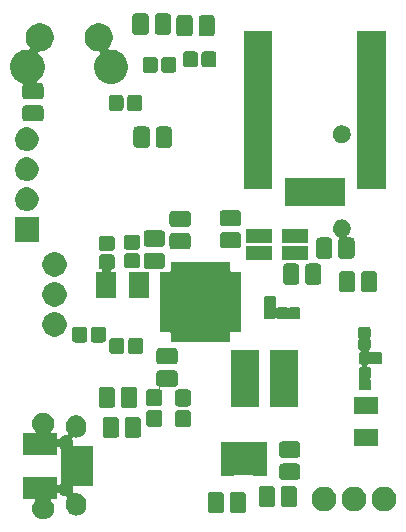
<source format=gbr>
G04 #@! TF.GenerationSoftware,KiCad,Pcbnew,(5.0.1)-rc2*
G04 #@! TF.CreationDate,2019-03-09T00:44:05-07:00*
G04 #@! TF.ProjectId,GPSLogger,4750534C6F676765722E6B696361645F,rev?*
G04 #@! TF.SameCoordinates,Original*
G04 #@! TF.FileFunction,Soldermask,Top*
G04 #@! TF.FilePolarity,Negative*
%FSLAX46Y46*%
G04 Gerber Fmt 4.6, Leading zero omitted, Abs format (unit mm)*
G04 Created by KiCad (PCBNEW (5.0.1)-rc2) date 3/9/2019 12:44:05 AM*
%MOMM*%
%LPD*%
G01*
G04 APERTURE LIST*
%ADD10C,0.100000*%
G04 APERTURE END LIST*
D10*
G36*
X197208029Y-55875820D02*
X197293730Y-55884261D01*
X197361239Y-55904740D01*
X197458669Y-55934295D01*
X197508817Y-55961100D01*
X197610676Y-56015544D01*
X197743912Y-56124888D01*
X197853256Y-56258124D01*
X197907422Y-56359463D01*
X197934505Y-56410131D01*
X197942997Y-56438126D01*
X197984539Y-56575070D01*
X198001433Y-56746600D01*
X197984539Y-56918130D01*
X197965734Y-56980121D01*
X197934505Y-57083069D01*
X197914990Y-57119578D01*
X197853256Y-57235076D01*
X197743912Y-57368312D01*
X197729697Y-57379978D01*
X197712375Y-57397300D01*
X197698761Y-57417675D01*
X197689384Y-57440314D01*
X197684603Y-57464347D01*
X197684603Y-57488851D01*
X197689383Y-57512885D01*
X197698760Y-57535524D01*
X197712374Y-57555899D01*
X197729701Y-57573226D01*
X197750076Y-57586840D01*
X197772715Y-57596217D01*
X197796748Y-57600998D01*
X197809001Y-57601600D01*
X198227200Y-57601600D01*
X198227200Y-57937116D01*
X198229602Y-57961502D01*
X198236715Y-57984951D01*
X198248266Y-58006562D01*
X198263812Y-58025504D01*
X198282754Y-58041050D01*
X198304365Y-58052601D01*
X198327814Y-58059714D01*
X198352200Y-58062116D01*
X198376586Y-58059714D01*
X198400035Y-58052601D01*
X198421646Y-58041050D01*
X198440588Y-58025504D01*
X198456133Y-58006563D01*
X198461731Y-57998185D01*
X198548783Y-57911133D01*
X198559913Y-57903696D01*
X198651152Y-57842732D01*
X198764894Y-57795619D01*
X198764895Y-57795619D01*
X198764897Y-57795618D01*
X198885641Y-57771600D01*
X199020891Y-57771600D01*
X199021560Y-57771665D01*
X199045943Y-57769232D01*
X199069383Y-57762088D01*
X199090979Y-57750509D01*
X199109901Y-57734939D01*
X199125421Y-57715977D01*
X199136945Y-57694351D01*
X199144028Y-57670893D01*
X199146398Y-57646503D01*
X199143965Y-57622120D01*
X199136821Y-57598680D01*
X199118023Y-57567365D01*
X199116144Y-57565076D01*
X199034896Y-57413071D01*
X199021318Y-57368311D01*
X198984861Y-57248129D01*
X198972200Y-57119578D01*
X198972200Y-56883621D01*
X198984861Y-56755070D01*
X199018217Y-56645111D01*
X199034895Y-56590131D01*
X199066902Y-56530250D01*
X199116144Y-56438124D01*
X199225488Y-56304888D01*
X199358725Y-56195544D01*
X199460064Y-56141378D01*
X199510732Y-56114295D01*
X199565712Y-56097617D01*
X199675671Y-56064261D01*
X199847200Y-56047367D01*
X200018730Y-56064261D01*
X200128689Y-56097617D01*
X200183669Y-56114295D01*
X200234337Y-56141378D01*
X200335676Y-56195544D01*
X200468912Y-56304888D01*
X200578256Y-56438124D01*
X200618881Y-56514129D01*
X200659505Y-56590131D01*
X200684522Y-56672602D01*
X200709539Y-56755071D01*
X200722200Y-56883622D01*
X200722200Y-57119579D01*
X200709539Y-57248130D01*
X200676183Y-57358089D01*
X200659505Y-57413069D01*
X200657043Y-57417675D01*
X200578256Y-57565076D01*
X200468912Y-57698312D01*
X200335675Y-57807656D01*
X200335673Y-57807657D01*
X200335672Y-57807658D01*
X200183671Y-57888904D01*
X200140750Y-57901924D01*
X200018729Y-57938939D01*
X199847200Y-57955833D01*
X199675670Y-57938939D01*
X199652315Y-57931854D01*
X199628290Y-57927076D01*
X199603786Y-57927076D01*
X199579753Y-57931856D01*
X199557114Y-57941234D01*
X199536739Y-57954848D01*
X199519412Y-57972175D01*
X199505798Y-57992549D01*
X199496420Y-58015188D01*
X199491640Y-58039222D01*
X199491640Y-58063726D01*
X199496420Y-58087759D01*
X199500553Y-58099310D01*
X199501067Y-58100550D01*
X199501068Y-58100552D01*
X199548181Y-58214294D01*
X199548182Y-58214297D01*
X199572200Y-58335041D01*
X199572200Y-58458159D01*
X199563437Y-58502214D01*
X199561035Y-58526600D01*
X199563437Y-58550987D01*
X199570550Y-58574436D01*
X199582101Y-58596047D01*
X199597647Y-58614989D01*
X199616589Y-58630534D01*
X199638200Y-58642085D01*
X199661649Y-58649198D01*
X199686035Y-58651600D01*
X201252200Y-58651600D01*
X201252200Y-62051600D01*
X199688024Y-62051600D01*
X199663638Y-62054002D01*
X199640189Y-62061115D01*
X199618578Y-62072666D01*
X199599636Y-62088212D01*
X199584090Y-62107154D01*
X199572539Y-62128765D01*
X199565426Y-62152214D01*
X199563024Y-62176600D01*
X199565426Y-62200986D01*
X199572200Y-62235041D01*
X199572200Y-62358159D01*
X199548182Y-62478903D01*
X199542525Y-62492562D01*
X199535413Y-62516011D01*
X199533011Y-62540397D01*
X199535413Y-62564784D01*
X199542527Y-62588233D01*
X199554078Y-62609844D01*
X199569624Y-62628785D01*
X199588566Y-62644331D01*
X199610177Y-62655882D01*
X199633626Y-62662994D01*
X199670263Y-62664794D01*
X199675669Y-62664262D01*
X199675671Y-62664261D01*
X199847200Y-62647367D01*
X200018730Y-62664261D01*
X200092496Y-62686638D01*
X200183669Y-62714295D01*
X200216229Y-62731699D01*
X200335676Y-62795544D01*
X200468912Y-62904888D01*
X200578256Y-63038124D01*
X200602916Y-63084261D01*
X200659505Y-63190131D01*
X200667720Y-63217214D01*
X200709539Y-63355071D01*
X200722200Y-63483622D01*
X200722200Y-63719579D01*
X200709539Y-63848130D01*
X200679668Y-63946600D01*
X200659505Y-64013069D01*
X200633452Y-64061810D01*
X200578256Y-64165076D01*
X200468912Y-64298312D01*
X200335675Y-64407656D01*
X200335673Y-64407657D01*
X200335672Y-64407658D01*
X200183671Y-64488904D01*
X200140750Y-64501924D01*
X200018729Y-64538939D01*
X199847200Y-64555833D01*
X199675670Y-64538939D01*
X199565711Y-64505583D01*
X199510731Y-64488905D01*
X199460063Y-64461822D01*
X199358724Y-64407656D01*
X199225488Y-64298312D01*
X199116144Y-64165075D01*
X199116142Y-64165072D01*
X199034896Y-64013071D01*
X199014732Y-63946600D01*
X198984861Y-63848129D01*
X198972200Y-63719578D01*
X198972200Y-63483621D01*
X198984861Y-63355070D01*
X199034895Y-63190132D01*
X199034896Y-63190129D01*
X199080118Y-63105524D01*
X199089496Y-63082885D01*
X199094276Y-63058852D01*
X199094276Y-63034348D01*
X199089496Y-63010314D01*
X199080118Y-62987675D01*
X199066504Y-62967301D01*
X199049177Y-62949974D01*
X199028802Y-62936360D01*
X199006163Y-62926982D01*
X198969878Y-62921600D01*
X198885641Y-62921600D01*
X198764897Y-62897582D01*
X198764895Y-62897581D01*
X198764894Y-62897581D01*
X198651152Y-62850468D01*
X198548786Y-62782069D01*
X198548783Y-62782067D01*
X198461731Y-62695015D01*
X198456133Y-62686637D01*
X198440588Y-62667695D01*
X198421646Y-62652150D01*
X198400035Y-62640599D01*
X198376585Y-62633486D01*
X198352199Y-62631084D01*
X198327813Y-62633486D01*
X198304364Y-62640599D01*
X198282753Y-62652151D01*
X198263811Y-62667696D01*
X198248266Y-62686638D01*
X198236715Y-62708249D01*
X198229602Y-62731699D01*
X198227200Y-62756084D01*
X198227200Y-63116600D01*
X197837265Y-63116600D01*
X197812879Y-63119002D01*
X197789430Y-63126115D01*
X197767819Y-63137666D01*
X197748877Y-63153212D01*
X197733331Y-63172154D01*
X197721780Y-63193765D01*
X197714667Y-63217214D01*
X197712265Y-63241600D01*
X197714667Y-63265986D01*
X197721780Y-63289435D01*
X197740638Y-63320899D01*
X197743911Y-63324887D01*
X197743912Y-63324888D01*
X197853256Y-63458124D01*
X197904401Y-63553810D01*
X197934505Y-63610131D01*
X197951183Y-63665111D01*
X197984539Y-63775070D01*
X198001433Y-63946600D01*
X197984539Y-64118130D01*
X197952464Y-64223865D01*
X197934505Y-64283069D01*
X197926357Y-64298312D01*
X197853256Y-64435076D01*
X197743912Y-64568312D01*
X197610676Y-64677656D01*
X197509337Y-64731822D01*
X197458669Y-64758905D01*
X197403689Y-64775583D01*
X197293730Y-64808939D01*
X197208029Y-64817380D01*
X197165180Y-64821600D01*
X196929220Y-64821600D01*
X196886371Y-64817380D01*
X196800670Y-64808939D01*
X196690711Y-64775583D01*
X196635731Y-64758905D01*
X196585063Y-64731822D01*
X196483724Y-64677656D01*
X196350488Y-64568312D01*
X196241144Y-64435076D01*
X196168043Y-64298312D01*
X196159895Y-64283069D01*
X196141936Y-64223865D01*
X196109861Y-64118130D01*
X196092967Y-63946600D01*
X196109861Y-63775070D01*
X196143217Y-63665111D01*
X196159895Y-63610131D01*
X196189999Y-63553810D01*
X196241144Y-63458124D01*
X196350488Y-63324888D01*
X196350489Y-63324887D01*
X196353762Y-63320899D01*
X196367375Y-63300524D01*
X196376753Y-63277885D01*
X196381533Y-63253852D01*
X196381533Y-63229347D01*
X196376752Y-63205314D01*
X196367375Y-63182675D01*
X196353761Y-63162300D01*
X196336434Y-63144973D01*
X196316059Y-63131360D01*
X196293420Y-63121982D01*
X196257135Y-63116600D01*
X195327200Y-63116600D01*
X195327200Y-61286600D01*
X198227200Y-61286600D01*
X198227200Y-61837116D01*
X198229602Y-61861502D01*
X198236715Y-61884951D01*
X198248266Y-61906562D01*
X198263812Y-61925504D01*
X198282754Y-61941050D01*
X198304365Y-61952601D01*
X198327814Y-61959714D01*
X198352200Y-61962116D01*
X198376586Y-61959714D01*
X198400035Y-61952601D01*
X198421646Y-61941050D01*
X198440588Y-61925504D01*
X198456133Y-61906563D01*
X198461731Y-61898185D01*
X198550602Y-61809314D01*
X198565587Y-61797017D01*
X198581132Y-61778075D01*
X198592684Y-61756465D01*
X198599798Y-61733016D01*
X198602200Y-61708627D01*
X198602200Y-58984573D01*
X198599798Y-58960187D01*
X198592685Y-58936738D01*
X198581134Y-58915127D01*
X198565588Y-58896185D01*
X198550603Y-58883887D01*
X198461731Y-58795015D01*
X198456133Y-58786637D01*
X198440588Y-58767695D01*
X198421646Y-58752150D01*
X198400035Y-58740599D01*
X198376585Y-58733486D01*
X198352199Y-58731084D01*
X198327813Y-58733486D01*
X198304364Y-58740599D01*
X198282753Y-58752151D01*
X198263811Y-58767696D01*
X198248266Y-58786638D01*
X198236715Y-58808249D01*
X198229602Y-58831699D01*
X198227200Y-58856084D01*
X198227200Y-59431600D01*
X195327200Y-59431600D01*
X195327200Y-57601600D01*
X196285399Y-57601600D01*
X196309785Y-57599198D01*
X196333234Y-57592085D01*
X196354845Y-57580534D01*
X196373787Y-57564988D01*
X196389333Y-57546046D01*
X196400884Y-57524435D01*
X196407997Y-57500986D01*
X196410399Y-57476600D01*
X196407997Y-57452214D01*
X196400884Y-57428765D01*
X196389333Y-57407154D01*
X196373787Y-57388212D01*
X196364708Y-57379982D01*
X196350488Y-57368312D01*
X196241144Y-57235076D01*
X196179410Y-57119578D01*
X196159895Y-57083069D01*
X196128666Y-56980121D01*
X196109861Y-56918130D01*
X196092967Y-56746600D01*
X196109861Y-56575070D01*
X196151403Y-56438126D01*
X196159895Y-56410131D01*
X196186978Y-56359463D01*
X196241144Y-56258124D01*
X196350488Y-56124888D01*
X196483724Y-56015544D01*
X196585583Y-55961100D01*
X196635731Y-55934295D01*
X196733161Y-55904740D01*
X196800670Y-55884261D01*
X196886371Y-55875820D01*
X196929220Y-55871600D01*
X197165180Y-55871600D01*
X197208029Y-55875820D01*
X197208029Y-55875820D01*
G37*
G36*
X213996497Y-62555197D02*
X214049153Y-62571170D01*
X214097665Y-62597100D01*
X214140196Y-62632004D01*
X214175100Y-62674535D01*
X214201030Y-62723047D01*
X214217003Y-62775703D01*
X214223000Y-62836590D01*
X214223000Y-64061810D01*
X214217003Y-64122697D01*
X214201030Y-64175353D01*
X214175100Y-64223865D01*
X214140196Y-64266396D01*
X214097665Y-64301300D01*
X214049153Y-64327230D01*
X213996497Y-64343203D01*
X213935610Y-64349200D01*
X213135390Y-64349200D01*
X213074503Y-64343203D01*
X213021847Y-64327230D01*
X212973335Y-64301300D01*
X212930804Y-64266396D01*
X212895900Y-64223865D01*
X212869970Y-64175353D01*
X212853997Y-64122697D01*
X212848000Y-64061810D01*
X212848000Y-62836590D01*
X212853997Y-62775703D01*
X212869970Y-62723047D01*
X212895900Y-62674535D01*
X212930804Y-62632004D01*
X212973335Y-62597100D01*
X213021847Y-62571170D01*
X213074503Y-62555197D01*
X213135390Y-62549200D01*
X213935610Y-62549200D01*
X213996497Y-62555197D01*
X213996497Y-62555197D01*
G37*
G36*
X212121497Y-62555197D02*
X212174153Y-62571170D01*
X212222665Y-62597100D01*
X212265196Y-62632004D01*
X212300100Y-62674535D01*
X212326030Y-62723047D01*
X212342003Y-62775703D01*
X212348000Y-62836590D01*
X212348000Y-64061810D01*
X212342003Y-64122697D01*
X212326030Y-64175353D01*
X212300100Y-64223865D01*
X212265196Y-64266396D01*
X212222665Y-64301300D01*
X212174153Y-64327230D01*
X212121497Y-64343203D01*
X212060610Y-64349200D01*
X211260390Y-64349200D01*
X211199503Y-64343203D01*
X211146847Y-64327230D01*
X211098335Y-64301300D01*
X211055804Y-64266396D01*
X211020900Y-64223865D01*
X210994970Y-64175353D01*
X210978997Y-64122697D01*
X210973000Y-64061810D01*
X210973000Y-62836590D01*
X210978997Y-62775703D01*
X210994970Y-62723047D01*
X211020900Y-62674535D01*
X211055804Y-62632004D01*
X211098335Y-62597100D01*
X211146847Y-62571170D01*
X211199503Y-62555197D01*
X211260390Y-62549200D01*
X212060610Y-62549200D01*
X212121497Y-62555197D01*
X212121497Y-62555197D01*
G37*
G36*
X223671365Y-62143020D02*
X223860889Y-62221523D01*
X224031455Y-62335492D01*
X224176508Y-62480545D01*
X224290477Y-62651111D01*
X224368980Y-62840635D01*
X224409000Y-63041830D01*
X224409000Y-63246970D01*
X224368980Y-63448165D01*
X224290477Y-63637689D01*
X224176508Y-63808255D01*
X224031455Y-63953308D01*
X223860889Y-64067277D01*
X223671365Y-64145780D01*
X223470170Y-64185800D01*
X223265030Y-64185800D01*
X223063835Y-64145780D01*
X222874311Y-64067277D01*
X222703745Y-63953308D01*
X222558692Y-63808255D01*
X222444723Y-63637689D01*
X222366220Y-63448165D01*
X222326200Y-63246970D01*
X222326200Y-63041830D01*
X222366220Y-62840635D01*
X222444723Y-62651111D01*
X222558692Y-62480545D01*
X222703745Y-62335492D01*
X222874311Y-62221523D01*
X223063835Y-62143020D01*
X223265030Y-62103000D01*
X223470170Y-62103000D01*
X223671365Y-62143020D01*
X223671365Y-62143020D01*
G37*
G36*
X221131365Y-62143020D02*
X221320889Y-62221523D01*
X221491455Y-62335492D01*
X221636508Y-62480545D01*
X221750477Y-62651111D01*
X221828980Y-62840635D01*
X221869000Y-63041830D01*
X221869000Y-63246970D01*
X221828980Y-63448165D01*
X221750477Y-63637689D01*
X221636508Y-63808255D01*
X221491455Y-63953308D01*
X221320889Y-64067277D01*
X221131365Y-64145780D01*
X220930170Y-64185800D01*
X220725030Y-64185800D01*
X220523835Y-64145780D01*
X220334311Y-64067277D01*
X220163745Y-63953308D01*
X220018692Y-63808255D01*
X219904723Y-63637689D01*
X219826220Y-63448165D01*
X219786200Y-63246970D01*
X219786200Y-63041830D01*
X219826220Y-62840635D01*
X219904723Y-62651111D01*
X220018692Y-62480545D01*
X220163745Y-62335492D01*
X220334311Y-62221523D01*
X220523835Y-62143020D01*
X220725030Y-62103000D01*
X220930170Y-62103000D01*
X221131365Y-62143020D01*
X221131365Y-62143020D01*
G37*
G36*
X226211365Y-62143020D02*
X226400889Y-62221523D01*
X226571455Y-62335492D01*
X226716508Y-62480545D01*
X226830477Y-62651111D01*
X226908980Y-62840635D01*
X226949000Y-63041830D01*
X226949000Y-63246970D01*
X226908980Y-63448165D01*
X226830477Y-63637689D01*
X226716508Y-63808255D01*
X226571455Y-63953308D01*
X226400889Y-64067277D01*
X226211365Y-64145780D01*
X226010170Y-64185800D01*
X225805030Y-64185800D01*
X225603835Y-64145780D01*
X225414311Y-64067277D01*
X225243745Y-63953308D01*
X225098692Y-63808255D01*
X224984723Y-63637689D01*
X224906220Y-63448165D01*
X224866200Y-63246970D01*
X224866200Y-63041830D01*
X224906220Y-62840635D01*
X224984723Y-62651111D01*
X225098692Y-62480545D01*
X225243745Y-62335492D01*
X225414311Y-62221523D01*
X225603835Y-62143020D01*
X225805030Y-62103000D01*
X226010170Y-62103000D01*
X226211365Y-62143020D01*
X226211365Y-62143020D01*
G37*
G36*
X216439497Y-62047197D02*
X216492153Y-62063170D01*
X216540665Y-62089100D01*
X216583196Y-62124004D01*
X216618100Y-62166535D01*
X216644030Y-62215047D01*
X216660003Y-62267703D01*
X216666000Y-62328590D01*
X216666000Y-63553810D01*
X216660003Y-63614697D01*
X216644030Y-63667353D01*
X216618100Y-63715865D01*
X216583196Y-63758396D01*
X216540665Y-63793300D01*
X216492153Y-63819230D01*
X216439497Y-63835203D01*
X216378610Y-63841200D01*
X215578390Y-63841200D01*
X215517503Y-63835203D01*
X215464847Y-63819230D01*
X215416335Y-63793300D01*
X215373804Y-63758396D01*
X215338900Y-63715865D01*
X215312970Y-63667353D01*
X215296997Y-63614697D01*
X215291000Y-63553810D01*
X215291000Y-62328590D01*
X215296997Y-62267703D01*
X215312970Y-62215047D01*
X215338900Y-62166535D01*
X215373804Y-62124004D01*
X215416335Y-62089100D01*
X215464847Y-62063170D01*
X215517503Y-62047197D01*
X215578390Y-62041200D01*
X216378610Y-62041200D01*
X216439497Y-62047197D01*
X216439497Y-62047197D01*
G37*
G36*
X218314497Y-62047197D02*
X218367153Y-62063170D01*
X218415665Y-62089100D01*
X218458196Y-62124004D01*
X218493100Y-62166535D01*
X218519030Y-62215047D01*
X218535003Y-62267703D01*
X218541000Y-62328590D01*
X218541000Y-63553810D01*
X218535003Y-63614697D01*
X218519030Y-63667353D01*
X218493100Y-63715865D01*
X218458196Y-63758396D01*
X218415665Y-63793300D01*
X218367153Y-63819230D01*
X218314497Y-63835203D01*
X218253610Y-63841200D01*
X217453390Y-63841200D01*
X217392503Y-63835203D01*
X217339847Y-63819230D01*
X217291335Y-63793300D01*
X217248804Y-63758396D01*
X217213900Y-63715865D01*
X217187970Y-63667353D01*
X217171997Y-63614697D01*
X217166000Y-63553810D01*
X217166000Y-62328590D01*
X217171997Y-62267703D01*
X217187970Y-62215047D01*
X217213900Y-62166535D01*
X217248804Y-62124004D01*
X217291335Y-62089100D01*
X217339847Y-62063170D01*
X217392503Y-62047197D01*
X217453390Y-62041200D01*
X218253610Y-62041200D01*
X218314497Y-62047197D01*
X218314497Y-62047197D01*
G37*
G36*
X218605497Y-60149197D02*
X218658153Y-60165170D01*
X218706665Y-60191100D01*
X218749196Y-60226004D01*
X218784100Y-60268535D01*
X218810030Y-60317047D01*
X218826003Y-60369703D01*
X218832000Y-60430590D01*
X218832000Y-61230810D01*
X218826003Y-61291697D01*
X218810030Y-61344353D01*
X218784100Y-61392865D01*
X218749196Y-61435396D01*
X218706665Y-61470300D01*
X218658153Y-61496230D01*
X218605497Y-61512203D01*
X218544610Y-61518200D01*
X217319390Y-61518200D01*
X217258503Y-61512203D01*
X217205847Y-61496230D01*
X217157335Y-61470300D01*
X217114804Y-61435396D01*
X217079900Y-61392865D01*
X217053970Y-61344353D01*
X217037997Y-61291697D01*
X217032000Y-61230810D01*
X217032000Y-60430590D01*
X217037997Y-60369703D01*
X217053970Y-60317047D01*
X217079900Y-60268535D01*
X217114804Y-60226004D01*
X217157335Y-60191100D01*
X217205847Y-60165170D01*
X217258503Y-60149197D01*
X217319390Y-60143200D01*
X218544610Y-60143200D01*
X218605497Y-60149197D01*
X218605497Y-60149197D01*
G37*
G36*
X213197866Y-58295246D02*
X213213412Y-58314188D01*
X213232354Y-58329734D01*
X213253965Y-58341285D01*
X213277414Y-58348398D01*
X213301800Y-58350800D01*
X214751800Y-58350800D01*
X214776186Y-58348398D01*
X214799635Y-58341285D01*
X214821246Y-58329734D01*
X214840188Y-58314188D01*
X214855734Y-58295246D01*
X214858110Y-58290800D01*
X215976800Y-58290800D01*
X215976800Y-61190800D01*
X214858110Y-61190800D01*
X214855734Y-61186354D01*
X214840188Y-61167412D01*
X214821246Y-61151866D01*
X214799635Y-61140315D01*
X214776186Y-61133202D01*
X214751800Y-61130800D01*
X213301800Y-61130800D01*
X213277414Y-61133202D01*
X213253965Y-61140315D01*
X213232354Y-61151866D01*
X213213412Y-61167412D01*
X213197866Y-61186354D01*
X213195490Y-61190800D01*
X212076800Y-61190800D01*
X212076800Y-58290800D01*
X213195490Y-58290800D01*
X213197866Y-58295246D01*
X213197866Y-58295246D01*
G37*
G36*
X218605497Y-58274197D02*
X218658153Y-58290170D01*
X218706665Y-58316100D01*
X218749196Y-58351004D01*
X218784100Y-58393535D01*
X218810030Y-58442047D01*
X218826003Y-58494703D01*
X218832000Y-58555590D01*
X218832000Y-59355810D01*
X218826003Y-59416697D01*
X218810030Y-59469353D01*
X218784100Y-59517865D01*
X218749196Y-59560396D01*
X218706665Y-59595300D01*
X218658153Y-59621230D01*
X218605497Y-59637203D01*
X218544610Y-59643200D01*
X217319390Y-59643200D01*
X217258503Y-59637203D01*
X217205847Y-59621230D01*
X217157335Y-59595300D01*
X217114804Y-59560396D01*
X217079900Y-59517865D01*
X217053970Y-59469353D01*
X217037997Y-59416697D01*
X217032000Y-59355810D01*
X217032000Y-58555590D01*
X217037997Y-58494703D01*
X217053970Y-58442047D01*
X217079900Y-58393535D01*
X217114804Y-58351004D01*
X217157335Y-58316100D01*
X217205847Y-58290170D01*
X217258503Y-58274197D01*
X217319390Y-58268200D01*
X218544610Y-58268200D01*
X218605497Y-58274197D01*
X218605497Y-58274197D01*
G37*
G36*
X225370900Y-58637380D02*
X223370900Y-58637380D01*
X223370900Y-57237380D01*
X225370900Y-57237380D01*
X225370900Y-58637380D01*
X225370900Y-58637380D01*
G37*
G36*
X203231497Y-56192497D02*
X203284153Y-56208470D01*
X203332665Y-56234400D01*
X203375196Y-56269304D01*
X203410100Y-56311835D01*
X203436030Y-56360347D01*
X203452003Y-56413003D01*
X203458000Y-56473890D01*
X203458000Y-57699110D01*
X203452003Y-57759997D01*
X203436030Y-57812653D01*
X203410100Y-57861165D01*
X203375196Y-57903696D01*
X203332665Y-57938600D01*
X203284153Y-57964530D01*
X203231497Y-57980503D01*
X203170610Y-57986500D01*
X202370390Y-57986500D01*
X202309503Y-57980503D01*
X202256847Y-57964530D01*
X202208335Y-57938600D01*
X202165804Y-57903696D01*
X202130900Y-57861165D01*
X202104970Y-57812653D01*
X202088997Y-57759997D01*
X202083000Y-57699110D01*
X202083000Y-56473890D01*
X202088997Y-56413003D01*
X202104970Y-56360347D01*
X202130900Y-56311835D01*
X202165804Y-56269304D01*
X202208335Y-56234400D01*
X202256847Y-56208470D01*
X202309503Y-56192497D01*
X202370390Y-56186500D01*
X203170610Y-56186500D01*
X203231497Y-56192497D01*
X203231497Y-56192497D01*
G37*
G36*
X205106497Y-56192497D02*
X205159153Y-56208470D01*
X205207665Y-56234400D01*
X205250196Y-56269304D01*
X205285100Y-56311835D01*
X205311030Y-56360347D01*
X205327003Y-56413003D01*
X205333000Y-56473890D01*
X205333000Y-57699110D01*
X205327003Y-57759997D01*
X205311030Y-57812653D01*
X205285100Y-57861165D01*
X205250196Y-57903696D01*
X205207665Y-57938600D01*
X205159153Y-57964530D01*
X205106497Y-57980503D01*
X205045610Y-57986500D01*
X204245390Y-57986500D01*
X204184503Y-57980503D01*
X204131847Y-57964530D01*
X204083335Y-57938600D01*
X204040804Y-57903696D01*
X204005900Y-57861165D01*
X203979970Y-57812653D01*
X203963997Y-57759997D01*
X203958000Y-57699110D01*
X203958000Y-56473890D01*
X203963997Y-56413003D01*
X203979970Y-56360347D01*
X204005900Y-56311835D01*
X204040804Y-56269304D01*
X204083335Y-56234400D01*
X204131847Y-56208470D01*
X204184503Y-56192497D01*
X204245390Y-56186500D01*
X205045610Y-56186500D01*
X205106497Y-56192497D01*
X205106497Y-56192497D01*
G37*
G36*
X209343130Y-55629477D02*
X209394610Y-55645093D01*
X209442042Y-55670446D01*
X209483627Y-55704573D01*
X209517754Y-55746158D01*
X209543107Y-55793590D01*
X209558723Y-55845070D01*
X209564600Y-55904740D01*
X209564600Y-56792460D01*
X209558723Y-56852130D01*
X209543107Y-56903610D01*
X209517754Y-56951042D01*
X209483627Y-56992627D01*
X209442042Y-57026754D01*
X209394610Y-57052107D01*
X209343130Y-57067723D01*
X209283460Y-57073600D01*
X208495740Y-57073600D01*
X208436070Y-57067723D01*
X208384590Y-57052107D01*
X208337158Y-57026754D01*
X208295573Y-56992627D01*
X208261446Y-56951042D01*
X208236093Y-56903610D01*
X208220477Y-56852130D01*
X208214600Y-56792460D01*
X208214600Y-55904740D01*
X208220477Y-55845070D01*
X208236093Y-55793590D01*
X208261446Y-55746158D01*
X208295573Y-55704573D01*
X208337158Y-55670446D01*
X208384590Y-55645093D01*
X208436070Y-55629477D01*
X208495740Y-55623600D01*
X209283460Y-55623600D01*
X209343130Y-55629477D01*
X209343130Y-55629477D01*
G37*
G36*
X206905530Y-55592877D02*
X206957010Y-55608493D01*
X207004442Y-55633846D01*
X207046027Y-55667973D01*
X207080154Y-55709558D01*
X207105507Y-55756990D01*
X207121123Y-55808470D01*
X207127000Y-55868140D01*
X207127000Y-56755860D01*
X207121123Y-56815530D01*
X207105507Y-56867010D01*
X207080154Y-56914442D01*
X207046027Y-56956027D01*
X207004442Y-56990154D01*
X206957010Y-57015507D01*
X206905530Y-57031123D01*
X206845860Y-57037000D01*
X206058140Y-57037000D01*
X205998470Y-57031123D01*
X205946990Y-57015507D01*
X205899558Y-56990154D01*
X205857973Y-56956027D01*
X205823846Y-56914442D01*
X205798493Y-56867010D01*
X205782877Y-56815530D01*
X205777000Y-56755860D01*
X205777000Y-55868140D01*
X205782877Y-55808470D01*
X205798493Y-55756990D01*
X205823846Y-55709558D01*
X205857973Y-55667973D01*
X205899558Y-55633846D01*
X205946990Y-55608493D01*
X205998470Y-55592877D01*
X206058140Y-55587000D01*
X206845860Y-55587000D01*
X206905530Y-55592877D01*
X206905530Y-55592877D01*
G37*
G36*
X225370900Y-55937380D02*
X223370900Y-55937380D01*
X223370900Y-54537380D01*
X225370900Y-54537380D01*
X225370900Y-55937380D01*
X225370900Y-55937380D01*
G37*
G36*
X204780997Y-53655997D02*
X204833653Y-53671970D01*
X204882165Y-53697900D01*
X204924696Y-53732804D01*
X204959600Y-53775335D01*
X204985530Y-53823847D01*
X205001503Y-53876503D01*
X205007500Y-53937390D01*
X205007500Y-55162610D01*
X205001503Y-55223497D01*
X204985530Y-55276153D01*
X204959600Y-55324665D01*
X204924696Y-55367196D01*
X204882165Y-55402100D01*
X204833653Y-55428030D01*
X204780997Y-55444003D01*
X204720110Y-55450000D01*
X203919890Y-55450000D01*
X203859003Y-55444003D01*
X203806347Y-55428030D01*
X203757835Y-55402100D01*
X203715304Y-55367196D01*
X203680400Y-55324665D01*
X203654470Y-55276153D01*
X203638497Y-55223497D01*
X203632500Y-55162610D01*
X203632500Y-53937390D01*
X203638497Y-53876503D01*
X203654470Y-53823847D01*
X203680400Y-53775335D01*
X203715304Y-53732804D01*
X203757835Y-53697900D01*
X203806347Y-53671970D01*
X203859003Y-53655997D01*
X203919890Y-53650000D01*
X204720110Y-53650000D01*
X204780997Y-53655997D01*
X204780997Y-53655997D01*
G37*
G36*
X202905997Y-53655997D02*
X202958653Y-53671970D01*
X203007165Y-53697900D01*
X203049696Y-53732804D01*
X203084600Y-53775335D01*
X203110530Y-53823847D01*
X203126503Y-53876503D01*
X203132500Y-53937390D01*
X203132500Y-55162610D01*
X203126503Y-55223497D01*
X203110530Y-55276153D01*
X203084600Y-55324665D01*
X203049696Y-55367196D01*
X203007165Y-55402100D01*
X202958653Y-55428030D01*
X202905997Y-55444003D01*
X202845110Y-55450000D01*
X202044890Y-55450000D01*
X201984003Y-55444003D01*
X201931347Y-55428030D01*
X201882835Y-55402100D01*
X201840304Y-55367196D01*
X201805400Y-55324665D01*
X201779470Y-55276153D01*
X201763497Y-55223497D01*
X201757500Y-55162610D01*
X201757500Y-53937390D01*
X201763497Y-53876503D01*
X201779470Y-53823847D01*
X201805400Y-53775335D01*
X201840304Y-53732804D01*
X201882835Y-53697900D01*
X201931347Y-53671970D01*
X201984003Y-53655997D01*
X202044890Y-53650000D01*
X202845110Y-53650000D01*
X202905997Y-53655997D01*
X202905997Y-53655997D01*
G37*
G36*
X218649526Y-55397926D02*
X216249526Y-55397926D01*
X216249526Y-50497926D01*
X218649526Y-50497926D01*
X218649526Y-55397926D01*
X218649526Y-55397926D01*
G37*
G36*
X215349526Y-55397926D02*
X212949526Y-55397926D01*
X212949526Y-50497926D01*
X215349526Y-50497926D01*
X215349526Y-55397926D01*
X215349526Y-55397926D01*
G37*
G36*
X209343130Y-53879477D02*
X209394610Y-53895093D01*
X209442042Y-53920446D01*
X209483627Y-53954573D01*
X209517754Y-53996158D01*
X209543107Y-54043590D01*
X209558723Y-54095070D01*
X209564600Y-54154740D01*
X209564600Y-55042460D01*
X209558723Y-55102130D01*
X209543107Y-55153610D01*
X209517754Y-55201042D01*
X209483627Y-55242627D01*
X209442042Y-55276754D01*
X209394610Y-55302107D01*
X209343130Y-55317723D01*
X209283460Y-55323600D01*
X208495740Y-55323600D01*
X208436070Y-55317723D01*
X208384590Y-55302107D01*
X208337158Y-55276754D01*
X208295573Y-55242627D01*
X208261446Y-55201042D01*
X208236093Y-55153610D01*
X208220477Y-55102130D01*
X208214600Y-55042460D01*
X208214600Y-54154740D01*
X208220477Y-54095070D01*
X208236093Y-54043590D01*
X208261446Y-53996158D01*
X208295573Y-53954573D01*
X208337158Y-53920446D01*
X208384590Y-53895093D01*
X208436070Y-53879477D01*
X208495740Y-53873600D01*
X209283460Y-53873600D01*
X209343130Y-53879477D01*
X209343130Y-53879477D01*
G37*
G36*
X208216897Y-52262497D02*
X208269553Y-52278470D01*
X208318065Y-52304400D01*
X208360596Y-52339304D01*
X208395500Y-52381835D01*
X208421430Y-52430347D01*
X208437403Y-52483003D01*
X208443400Y-52543890D01*
X208443400Y-53344110D01*
X208437403Y-53404997D01*
X208421430Y-53457653D01*
X208395500Y-53506165D01*
X208360596Y-53548696D01*
X208318065Y-53583600D01*
X208269553Y-53609530D01*
X208216897Y-53625503D01*
X208156010Y-53631500D01*
X207031363Y-53631500D01*
X207006977Y-53633902D01*
X206983528Y-53641015D01*
X206961917Y-53652566D01*
X206942975Y-53668112D01*
X206927429Y-53687054D01*
X206915878Y-53708665D01*
X206908765Y-53732114D01*
X206906363Y-53756500D01*
X206908765Y-53780886D01*
X206915878Y-53804335D01*
X206927429Y-53825946D01*
X206942975Y-53844888D01*
X206972438Y-53866740D01*
X207004444Y-53883848D01*
X207046027Y-53917973D01*
X207080154Y-53959558D01*
X207105507Y-54006990D01*
X207121123Y-54058470D01*
X207127000Y-54118140D01*
X207127000Y-55005860D01*
X207121123Y-55065530D01*
X207105507Y-55117010D01*
X207080154Y-55164442D01*
X207046027Y-55206027D01*
X207004442Y-55240154D01*
X206957010Y-55265507D01*
X206905530Y-55281123D01*
X206845860Y-55287000D01*
X206058140Y-55287000D01*
X205998470Y-55281123D01*
X205946990Y-55265507D01*
X205899558Y-55240154D01*
X205857973Y-55206027D01*
X205823846Y-55164442D01*
X205798493Y-55117010D01*
X205782877Y-55065530D01*
X205777000Y-55005860D01*
X205777000Y-54118140D01*
X205782877Y-54058470D01*
X205798493Y-54006990D01*
X205823846Y-53959558D01*
X205857973Y-53917973D01*
X205899558Y-53883846D01*
X205946990Y-53858493D01*
X205998470Y-53842877D01*
X206058140Y-53837000D01*
X206743786Y-53837000D01*
X206768172Y-53834598D01*
X206791621Y-53827485D01*
X206813232Y-53815934D01*
X206832174Y-53800388D01*
X206847720Y-53781446D01*
X206859271Y-53759835D01*
X206866384Y-53736386D01*
X206868786Y-53712000D01*
X206866384Y-53687614D01*
X206859271Y-53664165D01*
X206847720Y-53642554D01*
X206832174Y-53623612D01*
X206813232Y-53608066D01*
X206802710Y-53601759D01*
X206768732Y-53583597D01*
X206726204Y-53548696D01*
X206691300Y-53506165D01*
X206665370Y-53457653D01*
X206649397Y-53404997D01*
X206643400Y-53344110D01*
X206643400Y-52543890D01*
X206649397Y-52483003D01*
X206665370Y-52430347D01*
X206691300Y-52381835D01*
X206726204Y-52339304D01*
X206768735Y-52304400D01*
X206817247Y-52278470D01*
X206869903Y-52262497D01*
X206930790Y-52256500D01*
X208156010Y-52256500D01*
X208216897Y-52262497D01*
X208216897Y-52262497D01*
G37*
G36*
X224625034Y-48569388D02*
X224659628Y-48579882D01*
X224691501Y-48596918D01*
X224719447Y-48619853D01*
X224742382Y-48647799D01*
X224759418Y-48679672D01*
X224769912Y-48714266D01*
X224774060Y-48756381D01*
X224774060Y-49364099D01*
X224769912Y-49406214D01*
X224759418Y-49440808D01*
X224738273Y-49480368D01*
X224734303Y-49486309D01*
X224724924Y-49508948D01*
X224720143Y-49532981D01*
X224720141Y-49557485D01*
X224724920Y-49581519D01*
X224734297Y-49604158D01*
X224738265Y-49610098D01*
X224759418Y-49649672D01*
X224769912Y-49684266D01*
X224774060Y-49726381D01*
X224774060Y-50334099D01*
X224769912Y-50376214D01*
X224759418Y-50410808D01*
X224742382Y-50442681D01*
X224719447Y-50470627D01*
X224691503Y-50493560D01*
X224665246Y-50507595D01*
X224644872Y-50521209D01*
X224627545Y-50538536D01*
X224613931Y-50558911D01*
X224604553Y-50581550D01*
X224599773Y-50605583D01*
X224599773Y-50630087D01*
X224604554Y-50654121D01*
X224613931Y-50676760D01*
X224627545Y-50697134D01*
X224644872Y-50714461D01*
X224665248Y-50728076D01*
X224692252Y-50742510D01*
X224698189Y-50746477D01*
X224720828Y-50755856D01*
X224744861Y-50760637D01*
X224769365Y-50760639D01*
X224793399Y-50755860D01*
X224816038Y-50746483D01*
X224821978Y-50742515D01*
X224861552Y-50721362D01*
X224896146Y-50710868D01*
X224938261Y-50706720D01*
X225545979Y-50706720D01*
X225588094Y-50710868D01*
X225622688Y-50721362D01*
X225654561Y-50738398D01*
X225682507Y-50761333D01*
X225705442Y-50789279D01*
X225722478Y-50821152D01*
X225732972Y-50855746D01*
X225737120Y-50897861D01*
X225737120Y-51555579D01*
X225732972Y-51597694D01*
X225722478Y-51632288D01*
X225705442Y-51664161D01*
X225682507Y-51692107D01*
X225654561Y-51715042D01*
X225622688Y-51732078D01*
X225588094Y-51742572D01*
X225545979Y-51746720D01*
X224938261Y-51746720D01*
X224896146Y-51742572D01*
X224861552Y-51732078D01*
X224821992Y-51710933D01*
X224816051Y-51706963D01*
X224793412Y-51697584D01*
X224769379Y-51692803D01*
X224744875Y-51692801D01*
X224720841Y-51697580D01*
X224698202Y-51706957D01*
X224692262Y-51710925D01*
X224652688Y-51732078D01*
X224618094Y-51742572D01*
X224613501Y-51743024D01*
X224589468Y-51747804D01*
X224566829Y-51757182D01*
X224546454Y-51770795D01*
X224529127Y-51788122D01*
X224515513Y-51808497D01*
X224506136Y-51831136D01*
X224501355Y-51855169D01*
X224501355Y-51879674D01*
X224506135Y-51903707D01*
X224515513Y-51926346D01*
X224529126Y-51946721D01*
X224546453Y-51964048D01*
X224566828Y-51977662D01*
X224589467Y-51987039D01*
X224613500Y-51991820D01*
X224652974Y-51995708D01*
X224687568Y-52006202D01*
X224719441Y-52023238D01*
X224747387Y-52046173D01*
X224770322Y-52074119D01*
X224787358Y-52105992D01*
X224797852Y-52140586D01*
X224802000Y-52182701D01*
X224802000Y-52790419D01*
X224797852Y-52832534D01*
X224787358Y-52867128D01*
X224766213Y-52906688D01*
X224762243Y-52912629D01*
X224752864Y-52935268D01*
X224748083Y-52959301D01*
X224748081Y-52983805D01*
X224752860Y-53007839D01*
X224762237Y-53030478D01*
X224766205Y-53036418D01*
X224787358Y-53075992D01*
X224797852Y-53110586D01*
X224802000Y-53152701D01*
X224802000Y-53760419D01*
X224797852Y-53802534D01*
X224787358Y-53837128D01*
X224770322Y-53869001D01*
X224747387Y-53896947D01*
X224719441Y-53919882D01*
X224687568Y-53936918D01*
X224652974Y-53947412D01*
X224610859Y-53951560D01*
X223953141Y-53951560D01*
X223911026Y-53947412D01*
X223876432Y-53936918D01*
X223844559Y-53919882D01*
X223816613Y-53896947D01*
X223793678Y-53869001D01*
X223776642Y-53837128D01*
X223766148Y-53802534D01*
X223762000Y-53760419D01*
X223762000Y-53152701D01*
X223766148Y-53110586D01*
X223776642Y-53075992D01*
X223797787Y-53036432D01*
X223801757Y-53030491D01*
X223811136Y-53007852D01*
X223815917Y-52983819D01*
X223815919Y-52959315D01*
X223811140Y-52935281D01*
X223801763Y-52912642D01*
X223797795Y-52906702D01*
X223776642Y-52867128D01*
X223766148Y-52832534D01*
X223762000Y-52790419D01*
X223762000Y-52182701D01*
X223766148Y-52140586D01*
X223776642Y-52105992D01*
X223793678Y-52074119D01*
X223816613Y-52046173D01*
X223844559Y-52023238D01*
X223876432Y-52006202D01*
X223911026Y-51995708D01*
X223940621Y-51992793D01*
X223964654Y-51988012D01*
X223987293Y-51978634D01*
X224007668Y-51965020D01*
X224024994Y-51947693D01*
X224038608Y-51927318D01*
X224047985Y-51904679D01*
X224052765Y-51880645D01*
X224052765Y-51856141D01*
X224047984Y-51832108D01*
X224038606Y-51809469D01*
X224024992Y-51789094D01*
X224007665Y-51771768D01*
X223987290Y-51758154D01*
X223964651Y-51748777D01*
X223940618Y-51743997D01*
X223926146Y-51742572D01*
X223891552Y-51732078D01*
X223859679Y-51715042D01*
X223831733Y-51692107D01*
X223808798Y-51664161D01*
X223791762Y-51632288D01*
X223781268Y-51597694D01*
X223777120Y-51555579D01*
X223777120Y-50897861D01*
X223781268Y-50855746D01*
X223791762Y-50821152D01*
X223808798Y-50789279D01*
X223831733Y-50761333D01*
X223859677Y-50738400D01*
X223861368Y-50737496D01*
X223881743Y-50723882D01*
X223899070Y-50706555D01*
X223912684Y-50686181D01*
X223922062Y-50663542D01*
X223926843Y-50639509D01*
X223926843Y-50615004D01*
X223922063Y-50590971D01*
X223912686Y-50568332D01*
X223899072Y-50547957D01*
X223881745Y-50530630D01*
X223861371Y-50517016D01*
X223857494Y-50515410D01*
X223816619Y-50493562D01*
X223788673Y-50470627D01*
X223765738Y-50442681D01*
X223748702Y-50410808D01*
X223738208Y-50376214D01*
X223734060Y-50334099D01*
X223734060Y-49726381D01*
X223738208Y-49684266D01*
X223748702Y-49649672D01*
X223769847Y-49610112D01*
X223773817Y-49604171D01*
X223783196Y-49581532D01*
X223787977Y-49557499D01*
X223787979Y-49532995D01*
X223783200Y-49508961D01*
X223773823Y-49486322D01*
X223769855Y-49480382D01*
X223748702Y-49440808D01*
X223738208Y-49406214D01*
X223734060Y-49364099D01*
X223734060Y-48756381D01*
X223738208Y-48714266D01*
X223748702Y-48679672D01*
X223765738Y-48647799D01*
X223788673Y-48619853D01*
X223816619Y-48596918D01*
X223848492Y-48579882D01*
X223883086Y-48569388D01*
X223925201Y-48565240D01*
X224582919Y-48565240D01*
X224625034Y-48569388D01*
X224625034Y-48569388D01*
G37*
G36*
X208216897Y-50387497D02*
X208269553Y-50403470D01*
X208318065Y-50429400D01*
X208360596Y-50464304D01*
X208395500Y-50506835D01*
X208421430Y-50555347D01*
X208437403Y-50608003D01*
X208443400Y-50668890D01*
X208443400Y-51469110D01*
X208437403Y-51529997D01*
X208421430Y-51582653D01*
X208395500Y-51631165D01*
X208360596Y-51673696D01*
X208318065Y-51708600D01*
X208269553Y-51734530D01*
X208216897Y-51750503D01*
X208156010Y-51756500D01*
X206930790Y-51756500D01*
X206869903Y-51750503D01*
X206817247Y-51734530D01*
X206768735Y-51708600D01*
X206726204Y-51673696D01*
X206691300Y-51631165D01*
X206665370Y-51582653D01*
X206649397Y-51529997D01*
X206643400Y-51469110D01*
X206643400Y-50668890D01*
X206649397Y-50608003D01*
X206665370Y-50555347D01*
X206691300Y-50506835D01*
X206726204Y-50464304D01*
X206768735Y-50429400D01*
X206817247Y-50403470D01*
X206869903Y-50387497D01*
X206930790Y-50381500D01*
X208156010Y-50381500D01*
X208216897Y-50387497D01*
X208216897Y-50387497D01*
G37*
G36*
X205307522Y-49520917D02*
X205355485Y-49535466D01*
X205399675Y-49559086D01*
X205438418Y-49590882D01*
X205470214Y-49629625D01*
X205493834Y-49673815D01*
X205508383Y-49721778D01*
X205513900Y-49777791D01*
X205513900Y-50603009D01*
X205508383Y-50659022D01*
X205493834Y-50706985D01*
X205470214Y-50751175D01*
X205438418Y-50789918D01*
X205399675Y-50821714D01*
X205355485Y-50845334D01*
X205307522Y-50859883D01*
X205251509Y-50865400D01*
X204501291Y-50865400D01*
X204445278Y-50859883D01*
X204397315Y-50845334D01*
X204353125Y-50821714D01*
X204314382Y-50789918D01*
X204282586Y-50751175D01*
X204258966Y-50706985D01*
X204244417Y-50659022D01*
X204238900Y-50603009D01*
X204238900Y-49777791D01*
X204244417Y-49721778D01*
X204258966Y-49673815D01*
X204282586Y-49629625D01*
X204314382Y-49590882D01*
X204353125Y-49559086D01*
X204397315Y-49535466D01*
X204445278Y-49520917D01*
X204501291Y-49515400D01*
X205251509Y-49515400D01*
X205307522Y-49520917D01*
X205307522Y-49520917D01*
G37*
G36*
X203732522Y-49520917D02*
X203780485Y-49535466D01*
X203824675Y-49559086D01*
X203863418Y-49590882D01*
X203895214Y-49629625D01*
X203918834Y-49673815D01*
X203933383Y-49721778D01*
X203938900Y-49777791D01*
X203938900Y-50603009D01*
X203933383Y-50659022D01*
X203918834Y-50706985D01*
X203895214Y-50751175D01*
X203863418Y-50789918D01*
X203824675Y-50821714D01*
X203780485Y-50845334D01*
X203732522Y-50859883D01*
X203676509Y-50865400D01*
X202926291Y-50865400D01*
X202870278Y-50859883D01*
X202822315Y-50845334D01*
X202778125Y-50821714D01*
X202739382Y-50789918D01*
X202707586Y-50751175D01*
X202683966Y-50706985D01*
X202669417Y-50659022D01*
X202663900Y-50603009D01*
X202663900Y-49777791D01*
X202669417Y-49721778D01*
X202683966Y-49673815D01*
X202707586Y-49629625D01*
X202739382Y-49590882D01*
X202778125Y-49559086D01*
X202822315Y-49535466D01*
X202870278Y-49520917D01*
X202926291Y-49515400D01*
X203676509Y-49515400D01*
X203732522Y-49520917D01*
X203732522Y-49520917D01*
G37*
G36*
X200582922Y-48555717D02*
X200630885Y-48570266D01*
X200675075Y-48593886D01*
X200713818Y-48625682D01*
X200745614Y-48664425D01*
X200769234Y-48708615D01*
X200783783Y-48756578D01*
X200789300Y-48812591D01*
X200789300Y-49637809D01*
X200783783Y-49693822D01*
X200769234Y-49741785D01*
X200745614Y-49785975D01*
X200713818Y-49824718D01*
X200675075Y-49856514D01*
X200630885Y-49880134D01*
X200582922Y-49894683D01*
X200526909Y-49900200D01*
X199776691Y-49900200D01*
X199720678Y-49894683D01*
X199672715Y-49880134D01*
X199628525Y-49856514D01*
X199589782Y-49824718D01*
X199557986Y-49785975D01*
X199534366Y-49741785D01*
X199519817Y-49693822D01*
X199514300Y-49637809D01*
X199514300Y-48812591D01*
X199519817Y-48756578D01*
X199534366Y-48708615D01*
X199557986Y-48664425D01*
X199589782Y-48625682D01*
X199628525Y-48593886D01*
X199672715Y-48570266D01*
X199720678Y-48555717D01*
X199776691Y-48550200D01*
X200526909Y-48550200D01*
X200582922Y-48555717D01*
X200582922Y-48555717D01*
G37*
G36*
X202157922Y-48555717D02*
X202205885Y-48570266D01*
X202250075Y-48593886D01*
X202288818Y-48625682D01*
X202320614Y-48664425D01*
X202344234Y-48708615D01*
X202358783Y-48756578D01*
X202364300Y-48812591D01*
X202364300Y-49637809D01*
X202358783Y-49693822D01*
X202344234Y-49741785D01*
X202320614Y-49785975D01*
X202288818Y-49824718D01*
X202250075Y-49856514D01*
X202205885Y-49880134D01*
X202157922Y-49894683D01*
X202101909Y-49900200D01*
X201351691Y-49900200D01*
X201295678Y-49894683D01*
X201247715Y-49880134D01*
X201203525Y-49856514D01*
X201164782Y-49824718D01*
X201132986Y-49785975D01*
X201109366Y-49741785D01*
X201094817Y-49693822D01*
X201089300Y-49637809D01*
X201089300Y-48812591D01*
X201094817Y-48756578D01*
X201109366Y-48708615D01*
X201132986Y-48664425D01*
X201164782Y-48625682D01*
X201203525Y-48593886D01*
X201247715Y-48570266D01*
X201295678Y-48555717D01*
X201351691Y-48550200D01*
X202101909Y-48550200D01*
X202157922Y-48555717D01*
X202157922Y-48555717D01*
G37*
G36*
X212888926Y-43790526D02*
X212891328Y-43814912D01*
X212898441Y-43838361D01*
X212909992Y-43859972D01*
X212925538Y-43878914D01*
X212928284Y-43881168D01*
X212930538Y-43883914D01*
X212949480Y-43899460D01*
X212971091Y-43911011D01*
X212994540Y-43918124D01*
X213018926Y-43920526D01*
X213763926Y-43920526D01*
X213763926Y-48970526D01*
X213018926Y-48970526D01*
X212994540Y-48972928D01*
X212971091Y-48980041D01*
X212949480Y-48991592D01*
X212930538Y-49007138D01*
X212928284Y-49009884D01*
X212925538Y-49012138D01*
X212909992Y-49031080D01*
X212898441Y-49052691D01*
X212891328Y-49076140D01*
X212888926Y-49100526D01*
X212888926Y-49845526D01*
X207838926Y-49845526D01*
X207838926Y-49100526D01*
X207836524Y-49076140D01*
X207829411Y-49052691D01*
X207817860Y-49031080D01*
X207802314Y-49012138D01*
X207799568Y-49009884D01*
X207797314Y-49007138D01*
X207778372Y-48991592D01*
X207756761Y-48980041D01*
X207733312Y-48972928D01*
X207708926Y-48970526D01*
X206963926Y-48970526D01*
X206963926Y-43920526D01*
X207708926Y-43920526D01*
X207733312Y-43918124D01*
X207756761Y-43911011D01*
X207778372Y-43899460D01*
X207797314Y-43883914D01*
X207799568Y-43881168D01*
X207802314Y-43878914D01*
X207817860Y-43859972D01*
X207829411Y-43838361D01*
X207836524Y-43814912D01*
X207838926Y-43790526D01*
X207838926Y-43045526D01*
X212888926Y-43045526D01*
X212888926Y-43790526D01*
X212888926Y-43790526D01*
G37*
G36*
X198322165Y-47360220D02*
X198511689Y-47438723D01*
X198682255Y-47552692D01*
X198827308Y-47697745D01*
X198941277Y-47868311D01*
X199019780Y-48057835D01*
X199059800Y-48259030D01*
X199059800Y-48464170D01*
X199019780Y-48665365D01*
X198941277Y-48854889D01*
X198827308Y-49025455D01*
X198682255Y-49170508D01*
X198511689Y-49284477D01*
X198322165Y-49362980D01*
X198120970Y-49403000D01*
X197915830Y-49403000D01*
X197714635Y-49362980D01*
X197525111Y-49284477D01*
X197354545Y-49170508D01*
X197209492Y-49025455D01*
X197095523Y-48854889D01*
X197017020Y-48665365D01*
X196977000Y-48464170D01*
X196977000Y-48259030D01*
X197017020Y-48057835D01*
X197095523Y-47868311D01*
X197209492Y-47697745D01*
X197354545Y-47552692D01*
X197525111Y-47438723D01*
X197714635Y-47360220D01*
X197915830Y-47320200D01*
X198120970Y-47320200D01*
X198322165Y-47360220D01*
X198322165Y-47360220D01*
G37*
G36*
X216611334Y-45955728D02*
X216645928Y-45966222D01*
X216677801Y-45983258D01*
X216705747Y-46006193D01*
X216728682Y-46034139D01*
X216745718Y-46066012D01*
X216756212Y-46100606D01*
X216760360Y-46142721D01*
X216760360Y-46750439D01*
X216756000Y-46794699D01*
X216752058Y-46814526D01*
X216752058Y-46839030D01*
X216756840Y-46863063D01*
X216766218Y-46885702D01*
X216779832Y-46906076D01*
X216797160Y-46923403D01*
X216817535Y-46937016D01*
X216840174Y-46946393D01*
X216864208Y-46951172D01*
X216888712Y-46951172D01*
X216912745Y-46946390D01*
X216935380Y-46937014D01*
X216959612Y-46924062D01*
X216994206Y-46913568D01*
X217036321Y-46909420D01*
X217644039Y-46909420D01*
X217686154Y-46913568D01*
X217720748Y-46924062D01*
X217760308Y-46945207D01*
X217766249Y-46949177D01*
X217788888Y-46958556D01*
X217812921Y-46963337D01*
X217837425Y-46963339D01*
X217861459Y-46958560D01*
X217884098Y-46949183D01*
X217890038Y-46945215D01*
X217929612Y-46924062D01*
X217964206Y-46913568D01*
X218006321Y-46909420D01*
X218614039Y-46909420D01*
X218656154Y-46913568D01*
X218690748Y-46924062D01*
X218722621Y-46941098D01*
X218750567Y-46964033D01*
X218773502Y-46991979D01*
X218790538Y-47023852D01*
X218801032Y-47058446D01*
X218805180Y-47100561D01*
X218805180Y-47758279D01*
X218801032Y-47800394D01*
X218790538Y-47834988D01*
X218773502Y-47866861D01*
X218750567Y-47894807D01*
X218722621Y-47917742D01*
X218690748Y-47934778D01*
X218656154Y-47945272D01*
X218614039Y-47949420D01*
X218006321Y-47949420D01*
X217964206Y-47945272D01*
X217929612Y-47934778D01*
X217890052Y-47913633D01*
X217884111Y-47909663D01*
X217861472Y-47900284D01*
X217837439Y-47895503D01*
X217812935Y-47895501D01*
X217788901Y-47900280D01*
X217766262Y-47909657D01*
X217760322Y-47913625D01*
X217720748Y-47934778D01*
X217686154Y-47945272D01*
X217644039Y-47949420D01*
X217036321Y-47949420D01*
X216994206Y-47945272D01*
X216959612Y-47934778D01*
X216927739Y-47917742D01*
X216899792Y-47894806D01*
X216882439Y-47873662D01*
X216865111Y-47856335D01*
X216844736Y-47842722D01*
X216822097Y-47833345D01*
X216798064Y-47828565D01*
X216773559Y-47828565D01*
X216749526Y-47833346D01*
X216726887Y-47842724D01*
X216706513Y-47856338D01*
X216677802Y-47879901D01*
X216645928Y-47896938D01*
X216611334Y-47907432D01*
X216569219Y-47911580D01*
X215911501Y-47911580D01*
X215869386Y-47907432D01*
X215834792Y-47896938D01*
X215802919Y-47879902D01*
X215774973Y-47856967D01*
X215752038Y-47829021D01*
X215735002Y-47797148D01*
X215724508Y-47762554D01*
X215720360Y-47720439D01*
X215720360Y-47112721D01*
X215724508Y-47070606D01*
X215735002Y-47036012D01*
X215756147Y-46996452D01*
X215760117Y-46990511D01*
X215769496Y-46967872D01*
X215774277Y-46943839D01*
X215774279Y-46919335D01*
X215769500Y-46895301D01*
X215760123Y-46872662D01*
X215756155Y-46866722D01*
X215735002Y-46827148D01*
X215724508Y-46792554D01*
X215720360Y-46750439D01*
X215720360Y-46142721D01*
X215724508Y-46100606D01*
X215735002Y-46066012D01*
X215752038Y-46034139D01*
X215774973Y-46006193D01*
X215802919Y-45983258D01*
X215834792Y-45966222D01*
X215869386Y-45955728D01*
X215911501Y-45951580D01*
X216569219Y-45951580D01*
X216611334Y-45955728D01*
X216611334Y-45955728D01*
G37*
G36*
X198322165Y-44820220D02*
X198511689Y-44898723D01*
X198682255Y-45012692D01*
X198827308Y-45157745D01*
X198941277Y-45328311D01*
X199019780Y-45517835D01*
X199059800Y-45719030D01*
X199059800Y-45924170D01*
X199019780Y-46125365D01*
X198941277Y-46314889D01*
X198827308Y-46485455D01*
X198682255Y-46630508D01*
X198511689Y-46744477D01*
X198322165Y-46822980D01*
X198120970Y-46863000D01*
X197915830Y-46863000D01*
X197714635Y-46822980D01*
X197525111Y-46744477D01*
X197354545Y-46630508D01*
X197209492Y-46485455D01*
X197095523Y-46314889D01*
X197017020Y-46125365D01*
X196977000Y-45924170D01*
X196977000Y-45719030D01*
X197017020Y-45517835D01*
X197095523Y-45328311D01*
X197209492Y-45157745D01*
X197354545Y-45012692D01*
X197525111Y-44898723D01*
X197714635Y-44820220D01*
X197915830Y-44780200D01*
X198120970Y-44780200D01*
X198322165Y-44820220D01*
X198322165Y-44820220D01*
G37*
G36*
X206031200Y-46159600D02*
X204331200Y-46159600D01*
X204331200Y-43959600D01*
X206031200Y-43959600D01*
X206031200Y-46159600D01*
X206031200Y-46159600D01*
G37*
G36*
X202906622Y-42446617D02*
X202954585Y-42461166D01*
X202998775Y-42484786D01*
X203037518Y-42516582D01*
X203069314Y-42555325D01*
X203092934Y-42599515D01*
X203107483Y-42647478D01*
X203113000Y-42703491D01*
X203113000Y-43453709D01*
X203107483Y-43509722D01*
X203092934Y-43557685D01*
X203069314Y-43601875D01*
X203037518Y-43640618D01*
X202998775Y-43672414D01*
X202954585Y-43696034D01*
X202902902Y-43711711D01*
X202886456Y-43714983D01*
X202863817Y-43724360D01*
X202843442Y-43737974D01*
X202826115Y-43755301D01*
X202812501Y-43775676D01*
X202803124Y-43798315D01*
X202798344Y-43822349D01*
X202798344Y-43846853D01*
X202803125Y-43870886D01*
X202812502Y-43893525D01*
X202826116Y-43913900D01*
X202843443Y-43931227D01*
X202863818Y-43944841D01*
X202886457Y-43954218D01*
X202922742Y-43959600D01*
X203231200Y-43959600D01*
X203231200Y-46159600D01*
X201531200Y-46159600D01*
X201531200Y-43959600D01*
X201953258Y-43959600D01*
X201977644Y-43957198D01*
X202001093Y-43950085D01*
X202022704Y-43938534D01*
X202041646Y-43922988D01*
X202057192Y-43904046D01*
X202068743Y-43882435D01*
X202075856Y-43858986D01*
X202078258Y-43834600D01*
X202075856Y-43810214D01*
X202068743Y-43786765D01*
X202057192Y-43765154D01*
X202041646Y-43746212D01*
X202022704Y-43730666D01*
X202001093Y-43719115D01*
X201980498Y-43713956D01*
X201921415Y-43696034D01*
X201877225Y-43672414D01*
X201838482Y-43640618D01*
X201806686Y-43601875D01*
X201783066Y-43557685D01*
X201768517Y-43509722D01*
X201763000Y-43453709D01*
X201763000Y-42703491D01*
X201768517Y-42647478D01*
X201783066Y-42599515D01*
X201806686Y-42555325D01*
X201838482Y-42516582D01*
X201877225Y-42484786D01*
X201921415Y-42461166D01*
X201969378Y-42446617D01*
X202025391Y-42441100D01*
X202850609Y-42441100D01*
X202906622Y-42446617D01*
X202906622Y-42446617D01*
G37*
G36*
X225098597Y-43860797D02*
X225151253Y-43876770D01*
X225199765Y-43902700D01*
X225242296Y-43937604D01*
X225277200Y-43980135D01*
X225303130Y-44028647D01*
X225319103Y-44081303D01*
X225325100Y-44142190D01*
X225325100Y-45367410D01*
X225319103Y-45428297D01*
X225303130Y-45480953D01*
X225277200Y-45529465D01*
X225242296Y-45571996D01*
X225199765Y-45606900D01*
X225151253Y-45632830D01*
X225098597Y-45648803D01*
X225037710Y-45654800D01*
X224237490Y-45654800D01*
X224176603Y-45648803D01*
X224123947Y-45632830D01*
X224075435Y-45606900D01*
X224032904Y-45571996D01*
X223998000Y-45529465D01*
X223972070Y-45480953D01*
X223956097Y-45428297D01*
X223950100Y-45367410D01*
X223950100Y-44142190D01*
X223956097Y-44081303D01*
X223972070Y-44028647D01*
X223998000Y-43980135D01*
X224032904Y-43937604D01*
X224075435Y-43902700D01*
X224123947Y-43876770D01*
X224176603Y-43860797D01*
X224237490Y-43854800D01*
X225037710Y-43854800D01*
X225098597Y-43860797D01*
X225098597Y-43860797D01*
G37*
G36*
X223223597Y-43860797D02*
X223276253Y-43876770D01*
X223324765Y-43902700D01*
X223367296Y-43937604D01*
X223402200Y-43980135D01*
X223428130Y-44028647D01*
X223444103Y-44081303D01*
X223450100Y-44142190D01*
X223450100Y-45367410D01*
X223444103Y-45428297D01*
X223428130Y-45480953D01*
X223402200Y-45529465D01*
X223367296Y-45571996D01*
X223324765Y-45606900D01*
X223276253Y-45632830D01*
X223223597Y-45648803D01*
X223162710Y-45654800D01*
X222362490Y-45654800D01*
X222301603Y-45648803D01*
X222248947Y-45632830D01*
X222200435Y-45606900D01*
X222157904Y-45571996D01*
X222123000Y-45529465D01*
X222097070Y-45480953D01*
X222081097Y-45428297D01*
X222075100Y-45367410D01*
X222075100Y-44142190D01*
X222081097Y-44081303D01*
X222097070Y-44028647D01*
X222123000Y-43980135D01*
X222157904Y-43937604D01*
X222200435Y-43902700D01*
X222248947Y-43876770D01*
X222301603Y-43860797D01*
X222362490Y-43854800D01*
X223162710Y-43854800D01*
X223223597Y-43860797D01*
X223223597Y-43860797D01*
G37*
G36*
X218508423Y-43214723D02*
X218561079Y-43230696D01*
X218609591Y-43256626D01*
X218652122Y-43291530D01*
X218687026Y-43334061D01*
X218712956Y-43382573D01*
X218728929Y-43435229D01*
X218734926Y-43496116D01*
X218734926Y-44721336D01*
X218728929Y-44782223D01*
X218712956Y-44834879D01*
X218687026Y-44883391D01*
X218652122Y-44925922D01*
X218609591Y-44960826D01*
X218561079Y-44986756D01*
X218508423Y-45002729D01*
X218447536Y-45008726D01*
X217647316Y-45008726D01*
X217586429Y-45002729D01*
X217533773Y-44986756D01*
X217485261Y-44960826D01*
X217442730Y-44925922D01*
X217407826Y-44883391D01*
X217381896Y-44834879D01*
X217365923Y-44782223D01*
X217359926Y-44721336D01*
X217359926Y-43496116D01*
X217365923Y-43435229D01*
X217381896Y-43382573D01*
X217407826Y-43334061D01*
X217442730Y-43291530D01*
X217485261Y-43256626D01*
X217533773Y-43230696D01*
X217586429Y-43214723D01*
X217647316Y-43208726D01*
X218447536Y-43208726D01*
X218508423Y-43214723D01*
X218508423Y-43214723D01*
G37*
G36*
X220383423Y-43214723D02*
X220436079Y-43230696D01*
X220484591Y-43256626D01*
X220527122Y-43291530D01*
X220562026Y-43334061D01*
X220587956Y-43382573D01*
X220603929Y-43435229D01*
X220609926Y-43496116D01*
X220609926Y-44721336D01*
X220603929Y-44782223D01*
X220587956Y-44834879D01*
X220562026Y-44883391D01*
X220527122Y-44925922D01*
X220484591Y-44960826D01*
X220436079Y-44986756D01*
X220383423Y-45002729D01*
X220322536Y-45008726D01*
X219522316Y-45008726D01*
X219461429Y-45002729D01*
X219408773Y-44986756D01*
X219360261Y-44960826D01*
X219317730Y-44925922D01*
X219282826Y-44883391D01*
X219256896Y-44834879D01*
X219240923Y-44782223D01*
X219234926Y-44721336D01*
X219234926Y-43496116D01*
X219240923Y-43435229D01*
X219256896Y-43382573D01*
X219282826Y-43334061D01*
X219317730Y-43291530D01*
X219360261Y-43256626D01*
X219408773Y-43230696D01*
X219461429Y-43214723D01*
X219522316Y-43208726D01*
X220322536Y-43208726D01*
X220383423Y-43214723D01*
X220383423Y-43214723D01*
G37*
G36*
X198322165Y-42280220D02*
X198511689Y-42358723D01*
X198682255Y-42472692D01*
X198827308Y-42617745D01*
X198941277Y-42788311D01*
X199019780Y-42977835D01*
X199059800Y-43179030D01*
X199059800Y-43384170D01*
X199019780Y-43585365D01*
X198941277Y-43774889D01*
X198827308Y-43945455D01*
X198682255Y-44090508D01*
X198511689Y-44204477D01*
X198322165Y-44282980D01*
X198120970Y-44323000D01*
X197915830Y-44323000D01*
X197714635Y-44282980D01*
X197525111Y-44204477D01*
X197354545Y-44090508D01*
X197209492Y-43945455D01*
X197095523Y-43774889D01*
X197017020Y-43585365D01*
X196977000Y-43384170D01*
X196977000Y-43179030D01*
X197017020Y-42977835D01*
X197095523Y-42788311D01*
X197209492Y-42617745D01*
X197354545Y-42472692D01*
X197525111Y-42358723D01*
X197714635Y-42280220D01*
X197915830Y-42240200D01*
X198120970Y-42240200D01*
X198322165Y-42280220D01*
X198322165Y-42280220D01*
G37*
G36*
X207124697Y-42290697D02*
X207177353Y-42306670D01*
X207225865Y-42332600D01*
X207268396Y-42367504D01*
X207303300Y-42410035D01*
X207329230Y-42458547D01*
X207345203Y-42511203D01*
X207351200Y-42572090D01*
X207351200Y-43372310D01*
X207345203Y-43433197D01*
X207329230Y-43485853D01*
X207303300Y-43534365D01*
X207268396Y-43576896D01*
X207225865Y-43611800D01*
X207177353Y-43637730D01*
X207124697Y-43653703D01*
X207063810Y-43659700D01*
X205838590Y-43659700D01*
X205777703Y-43653703D01*
X205725047Y-43637730D01*
X205676535Y-43611800D01*
X205634004Y-43576896D01*
X205599100Y-43534365D01*
X205573170Y-43485853D01*
X205557197Y-43433197D01*
X205551200Y-43372310D01*
X205551200Y-42572090D01*
X205557197Y-42511203D01*
X205573170Y-42458547D01*
X205599100Y-42410035D01*
X205634004Y-42367504D01*
X205676535Y-42332600D01*
X205725047Y-42306670D01*
X205777703Y-42290697D01*
X205838590Y-42284700D01*
X207063810Y-42284700D01*
X207124697Y-42290697D01*
X207124697Y-42290697D01*
G37*
G36*
X205040222Y-42345017D02*
X205088185Y-42359566D01*
X205132375Y-42383186D01*
X205171118Y-42414982D01*
X205202914Y-42453725D01*
X205226534Y-42497915D01*
X205241083Y-42545878D01*
X205246600Y-42601891D01*
X205246600Y-43352109D01*
X205241083Y-43408122D01*
X205226534Y-43456085D01*
X205202914Y-43500275D01*
X205171118Y-43539018D01*
X205132375Y-43570814D01*
X205088185Y-43594434D01*
X205040222Y-43608983D01*
X204984209Y-43614500D01*
X204158991Y-43614500D01*
X204102978Y-43608983D01*
X204055015Y-43594434D01*
X204010825Y-43570814D01*
X203972082Y-43539018D01*
X203940286Y-43500275D01*
X203916666Y-43456085D01*
X203902117Y-43408122D01*
X203896600Y-43352109D01*
X203896600Y-42601891D01*
X203902117Y-42545878D01*
X203916666Y-42497915D01*
X203940286Y-42453725D01*
X203972082Y-42414982D01*
X204010825Y-42383186D01*
X204055015Y-42359566D01*
X204102978Y-42345017D01*
X204158991Y-42339500D01*
X204984209Y-42339500D01*
X205040222Y-42345017D01*
X205040222Y-42345017D01*
G37*
G36*
X219464926Y-42956126D02*
X217264926Y-42956126D01*
X217264926Y-41756126D01*
X219464926Y-41756126D01*
X219464926Y-42956126D01*
X219464926Y-42956126D01*
G37*
G36*
X216464926Y-42956126D02*
X214264926Y-42956126D01*
X214264926Y-41756126D01*
X216464926Y-41756126D01*
X216464926Y-42956126D01*
X216464926Y-42956126D01*
G37*
G36*
X222476318Y-39494411D02*
X222548767Y-39508822D01*
X222605303Y-39532240D01*
X222685257Y-39565358D01*
X222808100Y-39647439D01*
X222912561Y-39751900D01*
X222994642Y-39874743D01*
X223018427Y-39932165D01*
X223051178Y-40011233D01*
X223056011Y-40035530D01*
X223080000Y-40156130D01*
X223080000Y-40303870D01*
X223051178Y-40448766D01*
X222994642Y-40585257D01*
X222912561Y-40708100D01*
X222824049Y-40796612D01*
X222808503Y-40815554D01*
X222796952Y-40837165D01*
X222789839Y-40860614D01*
X222787437Y-40885000D01*
X222789839Y-40909386D01*
X222796952Y-40932835D01*
X222808503Y-40954446D01*
X222824049Y-40973388D01*
X222842991Y-40988934D01*
X222864602Y-41000485D01*
X222888051Y-41007598D01*
X222912437Y-41010000D01*
X223128110Y-41010000D01*
X223188997Y-41015997D01*
X223241653Y-41031970D01*
X223290165Y-41057900D01*
X223332696Y-41092804D01*
X223367600Y-41135335D01*
X223393530Y-41183847D01*
X223409503Y-41236503D01*
X223415500Y-41297390D01*
X223415500Y-42522610D01*
X223409503Y-42583497D01*
X223393530Y-42636153D01*
X223367600Y-42684665D01*
X223332696Y-42727196D01*
X223290165Y-42762100D01*
X223241653Y-42788030D01*
X223188997Y-42804003D01*
X223128110Y-42810000D01*
X222327890Y-42810000D01*
X222267003Y-42804003D01*
X222214347Y-42788030D01*
X222165835Y-42762100D01*
X222123304Y-42727196D01*
X222088400Y-42684665D01*
X222062470Y-42636153D01*
X222046497Y-42583497D01*
X222040500Y-42522610D01*
X222040500Y-41297390D01*
X222046497Y-41236503D01*
X222062470Y-41183847D01*
X222088400Y-41135335D01*
X222100061Y-41121126D01*
X222113675Y-41100751D01*
X222123052Y-41078112D01*
X222127833Y-41054079D01*
X222127833Y-41029575D01*
X222123053Y-41005541D01*
X222113675Y-40982902D01*
X222100062Y-40962527D01*
X222082735Y-40945200D01*
X222062360Y-40931586D01*
X222051271Y-40926341D01*
X221974741Y-40894641D01*
X221851900Y-40812561D01*
X221747439Y-40708100D01*
X221665358Y-40585257D01*
X221608822Y-40448766D01*
X221580000Y-40303870D01*
X221580000Y-40156130D01*
X221603989Y-40035530D01*
X221608822Y-40011233D01*
X221641573Y-39932165D01*
X221665358Y-39874743D01*
X221747439Y-39751900D01*
X221851900Y-39647439D01*
X221974743Y-39565358D01*
X222054697Y-39532240D01*
X222111233Y-39508822D01*
X222183682Y-39494411D01*
X222256130Y-39480000D01*
X222403870Y-39480000D01*
X222476318Y-39494411D01*
X222476318Y-39494411D01*
G37*
G36*
X221313997Y-41015997D02*
X221366653Y-41031970D01*
X221415165Y-41057900D01*
X221457696Y-41092804D01*
X221492600Y-41135335D01*
X221518530Y-41183847D01*
X221534503Y-41236503D01*
X221540500Y-41297390D01*
X221540500Y-42522610D01*
X221534503Y-42583497D01*
X221518530Y-42636153D01*
X221492600Y-42684665D01*
X221457696Y-42727196D01*
X221415165Y-42762100D01*
X221366653Y-42788030D01*
X221313997Y-42804003D01*
X221253110Y-42810000D01*
X220452890Y-42810000D01*
X220392003Y-42804003D01*
X220339347Y-42788030D01*
X220290835Y-42762100D01*
X220248304Y-42727196D01*
X220213400Y-42684665D01*
X220187470Y-42636153D01*
X220171497Y-42583497D01*
X220165500Y-42522610D01*
X220165500Y-41297390D01*
X220171497Y-41236503D01*
X220187470Y-41183847D01*
X220213400Y-41135335D01*
X220248304Y-41092804D01*
X220290835Y-41057900D01*
X220339347Y-41031970D01*
X220392003Y-41015997D01*
X220452890Y-41010000D01*
X221253110Y-41010000D01*
X221313997Y-41015997D01*
X221313997Y-41015997D01*
G37*
G36*
X202906622Y-40871617D02*
X202954585Y-40886166D01*
X202998775Y-40909786D01*
X203037518Y-40941582D01*
X203069314Y-40980325D01*
X203092934Y-41024515D01*
X203107483Y-41072478D01*
X203113000Y-41128491D01*
X203113000Y-41878709D01*
X203107483Y-41934722D01*
X203092934Y-41982685D01*
X203069314Y-42026875D01*
X203037518Y-42065618D01*
X202998775Y-42097414D01*
X202954585Y-42121034D01*
X202906622Y-42135583D01*
X202850609Y-42141100D01*
X202025391Y-42141100D01*
X201969378Y-42135583D01*
X201921415Y-42121034D01*
X201877225Y-42097414D01*
X201838482Y-42065618D01*
X201806686Y-42026875D01*
X201783066Y-41982685D01*
X201768517Y-41934722D01*
X201763000Y-41878709D01*
X201763000Y-41128491D01*
X201768517Y-41072478D01*
X201783066Y-41024515D01*
X201806686Y-40980325D01*
X201838482Y-40941582D01*
X201877225Y-40909786D01*
X201921415Y-40886166D01*
X201969378Y-40871617D01*
X202025391Y-40866100D01*
X202850609Y-40866100D01*
X202906622Y-40871617D01*
X202906622Y-40871617D01*
G37*
G36*
X205040222Y-40770017D02*
X205088185Y-40784566D01*
X205132375Y-40808186D01*
X205171118Y-40839982D01*
X205202914Y-40878725D01*
X205226534Y-40922915D01*
X205241083Y-40970878D01*
X205246600Y-41026891D01*
X205246600Y-41777109D01*
X205241083Y-41833122D01*
X205226534Y-41881085D01*
X205202914Y-41925275D01*
X205171118Y-41964018D01*
X205132375Y-41995814D01*
X205088185Y-42019434D01*
X205040222Y-42033983D01*
X204984209Y-42039500D01*
X204158991Y-42039500D01*
X204102978Y-42033983D01*
X204055015Y-42019434D01*
X204010825Y-41995814D01*
X203972082Y-41964018D01*
X203940286Y-41925275D01*
X203916666Y-41881085D01*
X203902117Y-41833122D01*
X203896600Y-41777109D01*
X203896600Y-41026891D01*
X203902117Y-40970878D01*
X203916666Y-40922915D01*
X203940286Y-40878725D01*
X203972082Y-40839982D01*
X204010825Y-40808186D01*
X204055015Y-40784566D01*
X204102978Y-40770017D01*
X204158991Y-40764500D01*
X204984209Y-40764500D01*
X205040222Y-40770017D01*
X205040222Y-40770017D01*
G37*
G36*
X209322923Y-40620523D02*
X209375579Y-40636496D01*
X209424091Y-40662426D01*
X209466622Y-40697330D01*
X209501526Y-40739861D01*
X209527456Y-40788373D01*
X209543429Y-40841029D01*
X209549426Y-40901916D01*
X209549426Y-41702136D01*
X209543429Y-41763023D01*
X209527456Y-41815679D01*
X209501526Y-41864191D01*
X209466622Y-41906722D01*
X209424091Y-41941626D01*
X209375579Y-41967556D01*
X209322923Y-41983529D01*
X209262036Y-41989526D01*
X208036816Y-41989526D01*
X207975929Y-41983529D01*
X207923273Y-41967556D01*
X207874761Y-41941626D01*
X207832230Y-41906722D01*
X207797326Y-41864191D01*
X207771396Y-41815679D01*
X207755423Y-41763023D01*
X207749426Y-41702136D01*
X207749426Y-40901916D01*
X207755423Y-40841029D01*
X207771396Y-40788373D01*
X207797326Y-40739861D01*
X207832230Y-40697330D01*
X207874761Y-40662426D01*
X207923273Y-40636496D01*
X207975929Y-40620523D01*
X208036816Y-40614526D01*
X209262036Y-40614526D01*
X209322923Y-40620523D01*
X209322923Y-40620523D01*
G37*
G36*
X213577423Y-40563497D02*
X213630079Y-40579470D01*
X213678591Y-40605400D01*
X213721122Y-40640304D01*
X213756026Y-40682835D01*
X213781956Y-40731347D01*
X213797929Y-40784003D01*
X213803926Y-40844890D01*
X213803926Y-41645110D01*
X213797929Y-41705997D01*
X213781956Y-41758653D01*
X213756026Y-41807165D01*
X213721122Y-41849696D01*
X213678591Y-41884600D01*
X213630079Y-41910530D01*
X213577423Y-41926503D01*
X213516536Y-41932500D01*
X212291316Y-41932500D01*
X212230429Y-41926503D01*
X212177773Y-41910530D01*
X212129261Y-41884600D01*
X212086730Y-41849696D01*
X212051826Y-41807165D01*
X212025896Y-41758653D01*
X212009923Y-41705997D01*
X212003926Y-41645110D01*
X212003926Y-40844890D01*
X212009923Y-40784003D01*
X212025896Y-40731347D01*
X212051826Y-40682835D01*
X212086730Y-40640304D01*
X212129261Y-40605400D01*
X212177773Y-40579470D01*
X212230429Y-40563497D01*
X212291316Y-40557500D01*
X213516536Y-40557500D01*
X213577423Y-40563497D01*
X213577423Y-40563497D01*
G37*
G36*
X207124697Y-40415697D02*
X207177353Y-40431670D01*
X207225865Y-40457600D01*
X207268396Y-40492504D01*
X207303300Y-40535035D01*
X207329230Y-40583547D01*
X207345203Y-40636203D01*
X207351200Y-40697090D01*
X207351200Y-41497310D01*
X207345203Y-41558197D01*
X207329230Y-41610853D01*
X207303300Y-41659365D01*
X207268396Y-41701896D01*
X207225865Y-41736800D01*
X207177353Y-41762730D01*
X207124697Y-41778703D01*
X207063810Y-41784700D01*
X205838590Y-41784700D01*
X205777703Y-41778703D01*
X205725047Y-41762730D01*
X205676535Y-41736800D01*
X205634004Y-41701896D01*
X205599100Y-41659365D01*
X205573170Y-41610853D01*
X205557197Y-41558197D01*
X205551200Y-41497310D01*
X205551200Y-40697090D01*
X205557197Y-40636203D01*
X205573170Y-40583547D01*
X205599100Y-40535035D01*
X205634004Y-40492504D01*
X205676535Y-40457600D01*
X205725047Y-40431670D01*
X205777703Y-40415697D01*
X205838590Y-40409700D01*
X207063810Y-40409700D01*
X207124697Y-40415697D01*
X207124697Y-40415697D01*
G37*
G36*
X216464926Y-41456126D02*
X214264926Y-41456126D01*
X214264926Y-40256126D01*
X216464926Y-40256126D01*
X216464926Y-41456126D01*
X216464926Y-41456126D01*
G37*
G36*
X219464926Y-41456126D02*
X217264926Y-41456126D01*
X217264926Y-40256126D01*
X219464926Y-40256126D01*
X219464926Y-41456126D01*
X219464926Y-41456126D01*
G37*
G36*
X196675000Y-41350000D02*
X194675000Y-41350000D01*
X194675000Y-39250000D01*
X196675000Y-39250000D01*
X196675000Y-41350000D01*
X196675000Y-41350000D01*
G37*
G36*
X209322923Y-38745523D02*
X209375579Y-38761496D01*
X209424091Y-38787426D01*
X209466622Y-38822330D01*
X209501526Y-38864861D01*
X209527456Y-38913373D01*
X209543429Y-38966029D01*
X209549426Y-39026916D01*
X209549426Y-39827136D01*
X209543429Y-39888023D01*
X209527456Y-39940679D01*
X209501526Y-39989191D01*
X209466622Y-40031722D01*
X209424091Y-40066626D01*
X209375579Y-40092556D01*
X209322923Y-40108529D01*
X209262036Y-40114526D01*
X208036816Y-40114526D01*
X207975929Y-40108529D01*
X207923273Y-40092556D01*
X207874761Y-40066626D01*
X207832230Y-40031722D01*
X207797326Y-39989191D01*
X207771396Y-39940679D01*
X207755423Y-39888023D01*
X207749426Y-39827136D01*
X207749426Y-39026916D01*
X207755423Y-38966029D01*
X207771396Y-38913373D01*
X207797326Y-38864861D01*
X207832230Y-38822330D01*
X207874761Y-38787426D01*
X207923273Y-38761496D01*
X207975929Y-38745523D01*
X208036816Y-38739526D01*
X209262036Y-38739526D01*
X209322923Y-38745523D01*
X209322923Y-38745523D01*
G37*
G36*
X213577423Y-38688497D02*
X213630079Y-38704470D01*
X213678591Y-38730400D01*
X213721122Y-38765304D01*
X213756026Y-38807835D01*
X213781956Y-38856347D01*
X213797929Y-38909003D01*
X213803926Y-38969890D01*
X213803926Y-39770110D01*
X213797929Y-39830997D01*
X213781956Y-39883653D01*
X213756026Y-39932165D01*
X213721122Y-39974696D01*
X213678591Y-40009600D01*
X213630079Y-40035530D01*
X213577423Y-40051503D01*
X213516536Y-40057500D01*
X212291316Y-40057500D01*
X212230429Y-40051503D01*
X212177773Y-40035530D01*
X212129261Y-40009600D01*
X212086730Y-39974696D01*
X212051826Y-39932165D01*
X212025896Y-39883653D01*
X212009923Y-39830997D01*
X212003926Y-39770110D01*
X212003926Y-38969890D01*
X212009923Y-38909003D01*
X212025896Y-38856347D01*
X212051826Y-38807835D01*
X212086730Y-38765304D01*
X212129261Y-38730400D01*
X212177773Y-38704470D01*
X212230429Y-38688497D01*
X212291316Y-38682500D01*
X213516536Y-38682500D01*
X213577423Y-38688497D01*
X213577423Y-38688497D01*
G37*
G36*
X195850770Y-36775372D02*
X195966689Y-36798429D01*
X196148678Y-36873811D01*
X196312463Y-36983249D01*
X196451751Y-37122537D01*
X196561189Y-37286322D01*
X196636571Y-37468311D01*
X196675000Y-37661509D01*
X196675000Y-37858491D01*
X196636571Y-38051689D01*
X196561189Y-38233678D01*
X196451751Y-38397463D01*
X196312463Y-38536751D01*
X196148678Y-38646189D01*
X195966689Y-38721571D01*
X195871867Y-38740432D01*
X195773493Y-38760000D01*
X195576507Y-38760000D01*
X195478133Y-38740432D01*
X195383311Y-38721571D01*
X195201322Y-38646189D01*
X195037537Y-38536751D01*
X194898249Y-38397463D01*
X194788811Y-38233678D01*
X194713429Y-38051689D01*
X194675000Y-37858491D01*
X194675000Y-37661509D01*
X194713429Y-37468311D01*
X194788811Y-37286322D01*
X194898249Y-37122537D01*
X195037537Y-36983249D01*
X195201322Y-36873811D01*
X195383311Y-36798429D01*
X195499230Y-36775372D01*
X195576507Y-36760000D01*
X195773493Y-36760000D01*
X195850770Y-36775372D01*
X195850770Y-36775372D01*
G37*
G36*
X222615000Y-38364800D02*
X217515000Y-38364800D01*
X217515000Y-35964800D01*
X222615000Y-35964800D01*
X222615000Y-38364800D01*
X222615000Y-38364800D01*
G37*
G36*
X216465000Y-36914800D02*
X214065000Y-36914800D01*
X214065000Y-23514800D01*
X216465000Y-23514800D01*
X216465000Y-36914800D01*
X216465000Y-36914800D01*
G37*
G36*
X226065000Y-36914800D02*
X223665000Y-36914800D01*
X223665000Y-23514800D01*
X226065000Y-23514800D01*
X226065000Y-36914800D01*
X226065000Y-36914800D01*
G37*
G36*
X195850770Y-34235372D02*
X195966689Y-34258429D01*
X196148678Y-34333811D01*
X196312463Y-34443249D01*
X196451751Y-34582537D01*
X196561189Y-34746322D01*
X196636571Y-34928311D01*
X196675000Y-35121509D01*
X196675000Y-35318491D01*
X196636571Y-35511689D01*
X196561189Y-35693678D01*
X196451751Y-35857463D01*
X196312463Y-35996751D01*
X196148678Y-36106189D01*
X195966689Y-36181571D01*
X195850770Y-36204628D01*
X195773493Y-36220000D01*
X195576507Y-36220000D01*
X195499230Y-36204628D01*
X195383311Y-36181571D01*
X195201322Y-36106189D01*
X195037537Y-35996751D01*
X194898249Y-35857463D01*
X194788811Y-35693678D01*
X194713429Y-35511689D01*
X194675000Y-35318491D01*
X194675000Y-35121509D01*
X194713429Y-34928311D01*
X194788811Y-34746322D01*
X194898249Y-34582537D01*
X195037537Y-34443249D01*
X195201322Y-34333811D01*
X195383311Y-34258429D01*
X195499230Y-34235372D01*
X195576507Y-34220000D01*
X195773493Y-34220000D01*
X195850770Y-34235372D01*
X195850770Y-34235372D01*
G37*
G36*
X195847917Y-31694804D02*
X195966689Y-31718429D01*
X196148678Y-31793811D01*
X196312463Y-31903249D01*
X196451751Y-32042537D01*
X196561189Y-32206322D01*
X196636571Y-32388311D01*
X196675000Y-32581509D01*
X196675000Y-32778491D01*
X196636571Y-32971689D01*
X196561189Y-33153678D01*
X196451751Y-33317463D01*
X196312463Y-33456751D01*
X196148678Y-33566189D01*
X195966689Y-33641571D01*
X195850770Y-33664628D01*
X195773493Y-33680000D01*
X195576507Y-33680000D01*
X195499230Y-33664628D01*
X195383311Y-33641571D01*
X195201322Y-33566189D01*
X195037537Y-33456751D01*
X194898249Y-33317463D01*
X194788811Y-33153678D01*
X194713429Y-32971689D01*
X194675000Y-32778491D01*
X194675000Y-32581509D01*
X194713429Y-32388311D01*
X194788811Y-32206322D01*
X194898249Y-32042537D01*
X195037537Y-31903249D01*
X195201322Y-31793811D01*
X195383311Y-31718429D01*
X195502083Y-31694804D01*
X195576507Y-31680000D01*
X195773493Y-31680000D01*
X195847917Y-31694804D01*
X195847917Y-31694804D01*
G37*
G36*
X207724997Y-31617997D02*
X207777653Y-31633970D01*
X207826165Y-31659900D01*
X207868696Y-31694804D01*
X207903600Y-31737335D01*
X207929530Y-31785847D01*
X207945503Y-31838503D01*
X207951500Y-31899390D01*
X207951500Y-33124610D01*
X207945503Y-33185497D01*
X207929530Y-33238153D01*
X207903600Y-33286665D01*
X207868696Y-33329196D01*
X207826165Y-33364100D01*
X207777653Y-33390030D01*
X207724997Y-33406003D01*
X207664110Y-33412000D01*
X206863890Y-33412000D01*
X206803003Y-33406003D01*
X206750347Y-33390030D01*
X206701835Y-33364100D01*
X206659304Y-33329196D01*
X206624400Y-33286665D01*
X206598470Y-33238153D01*
X206582497Y-33185497D01*
X206576500Y-33124610D01*
X206576500Y-31899390D01*
X206582497Y-31838503D01*
X206598470Y-31785847D01*
X206624400Y-31737335D01*
X206659304Y-31694804D01*
X206701835Y-31659900D01*
X206750347Y-31633970D01*
X206803003Y-31617997D01*
X206863890Y-31612000D01*
X207664110Y-31612000D01*
X207724997Y-31617997D01*
X207724997Y-31617997D01*
G37*
G36*
X205849997Y-31617997D02*
X205902653Y-31633970D01*
X205951165Y-31659900D01*
X205993696Y-31694804D01*
X206028600Y-31737335D01*
X206054530Y-31785847D01*
X206070503Y-31838503D01*
X206076500Y-31899390D01*
X206076500Y-33124610D01*
X206070503Y-33185497D01*
X206054530Y-33238153D01*
X206028600Y-33286665D01*
X205993696Y-33329196D01*
X205951165Y-33364100D01*
X205902653Y-33390030D01*
X205849997Y-33406003D01*
X205789110Y-33412000D01*
X204988890Y-33412000D01*
X204928003Y-33406003D01*
X204875347Y-33390030D01*
X204826835Y-33364100D01*
X204784304Y-33329196D01*
X204749400Y-33286665D01*
X204723470Y-33238153D01*
X204707497Y-33185497D01*
X204701500Y-33124610D01*
X204701500Y-31899390D01*
X204707497Y-31838503D01*
X204723470Y-31785847D01*
X204749400Y-31737335D01*
X204784304Y-31694804D01*
X204826835Y-31659900D01*
X204875347Y-31633970D01*
X204928003Y-31617997D01*
X204988890Y-31612000D01*
X205789110Y-31612000D01*
X205849997Y-31617997D01*
X205849997Y-31617997D01*
G37*
G36*
X222476318Y-31514411D02*
X222548767Y-31528822D01*
X222605303Y-31552240D01*
X222685257Y-31585358D01*
X222808100Y-31667439D01*
X222912561Y-31771900D01*
X222994642Y-31894743D01*
X223019912Y-31955750D01*
X223051178Y-32031233D01*
X223065589Y-32103682D01*
X223080000Y-32176130D01*
X223080000Y-32323870D01*
X223051178Y-32468766D01*
X222994642Y-32605257D01*
X222912561Y-32728100D01*
X222808100Y-32832561D01*
X222685257Y-32914642D01*
X222605303Y-32947760D01*
X222548767Y-32971178D01*
X222476318Y-32985589D01*
X222403870Y-33000000D01*
X222256130Y-33000000D01*
X222183682Y-32985589D01*
X222111233Y-32971178D01*
X222054697Y-32947760D01*
X221974743Y-32914642D01*
X221851900Y-32832561D01*
X221747439Y-32728100D01*
X221665358Y-32605257D01*
X221608822Y-32468766D01*
X221580000Y-32323870D01*
X221580000Y-32176130D01*
X221594411Y-32103682D01*
X221608822Y-32031233D01*
X221640088Y-31955750D01*
X221665358Y-31894743D01*
X221747439Y-31771900D01*
X221851900Y-31667439D01*
X221974743Y-31585358D01*
X222054697Y-31552240D01*
X222111233Y-31528822D01*
X222183682Y-31514411D01*
X222256130Y-31500000D01*
X222403870Y-31500000D01*
X222476318Y-31514411D01*
X222476318Y-31514411D01*
G37*
G36*
X196863097Y-29819297D02*
X196915753Y-29835270D01*
X196964265Y-29861200D01*
X197006796Y-29896104D01*
X197041700Y-29938635D01*
X197067630Y-29987147D01*
X197083603Y-30039803D01*
X197089600Y-30100690D01*
X197089600Y-30900910D01*
X197083603Y-30961797D01*
X197067630Y-31014453D01*
X197041700Y-31062965D01*
X197006796Y-31105496D01*
X196964265Y-31140400D01*
X196915753Y-31166330D01*
X196863097Y-31182303D01*
X196802210Y-31188300D01*
X195576990Y-31188300D01*
X195516103Y-31182303D01*
X195463447Y-31166330D01*
X195414935Y-31140400D01*
X195372404Y-31105496D01*
X195337500Y-31062965D01*
X195311570Y-31014453D01*
X195295597Y-30961797D01*
X195289600Y-30900910D01*
X195289600Y-30100690D01*
X195295597Y-30039803D01*
X195311570Y-29987147D01*
X195337500Y-29938635D01*
X195372404Y-29896104D01*
X195414935Y-29861200D01*
X195463447Y-29835270D01*
X195516103Y-29819297D01*
X195576990Y-29813300D01*
X196802210Y-29813300D01*
X196863097Y-29819297D01*
X196863097Y-29819297D01*
G37*
G36*
X205231322Y-28946917D02*
X205279285Y-28961466D01*
X205323475Y-28985086D01*
X205362218Y-29016882D01*
X205394014Y-29055625D01*
X205417634Y-29099815D01*
X205432183Y-29147778D01*
X205437700Y-29203791D01*
X205437700Y-30029009D01*
X205432183Y-30085022D01*
X205417634Y-30132985D01*
X205394014Y-30177175D01*
X205362218Y-30215918D01*
X205323475Y-30247714D01*
X205279285Y-30271334D01*
X205231322Y-30285883D01*
X205175309Y-30291400D01*
X204425091Y-30291400D01*
X204369078Y-30285883D01*
X204321115Y-30271334D01*
X204276925Y-30247714D01*
X204238182Y-30215918D01*
X204206386Y-30177175D01*
X204182766Y-30132985D01*
X204168217Y-30085022D01*
X204162700Y-30029009D01*
X204162700Y-29203791D01*
X204168217Y-29147778D01*
X204182766Y-29099815D01*
X204206386Y-29055625D01*
X204238182Y-29016882D01*
X204276925Y-28985086D01*
X204321115Y-28961466D01*
X204369078Y-28946917D01*
X204425091Y-28941400D01*
X205175309Y-28941400D01*
X205231322Y-28946917D01*
X205231322Y-28946917D01*
G37*
G36*
X203656322Y-28946917D02*
X203704285Y-28961466D01*
X203748475Y-28985086D01*
X203787218Y-29016882D01*
X203819014Y-29055625D01*
X203842634Y-29099815D01*
X203857183Y-29147778D01*
X203862700Y-29203791D01*
X203862700Y-30029009D01*
X203857183Y-30085022D01*
X203842634Y-30132985D01*
X203819014Y-30177175D01*
X203787218Y-30215918D01*
X203748475Y-30247714D01*
X203704285Y-30271334D01*
X203656322Y-30285883D01*
X203600309Y-30291400D01*
X202850091Y-30291400D01*
X202794078Y-30285883D01*
X202746115Y-30271334D01*
X202701925Y-30247714D01*
X202663182Y-30215918D01*
X202631386Y-30177175D01*
X202607766Y-30132985D01*
X202593217Y-30085022D01*
X202587700Y-30029009D01*
X202587700Y-29203791D01*
X202593217Y-29147778D01*
X202607766Y-29099815D01*
X202631386Y-29055625D01*
X202663182Y-29016882D01*
X202701925Y-28985086D01*
X202746115Y-28961466D01*
X202794078Y-28946917D01*
X202850091Y-28941400D01*
X203600309Y-28941400D01*
X203656322Y-28946917D01*
X203656322Y-28946917D01*
G37*
G36*
X197111126Y-22899915D02*
X197329512Y-22990373D01*
X197526058Y-23121701D01*
X197693199Y-23288842D01*
X197824527Y-23485388D01*
X197914985Y-23703774D01*
X197961100Y-23935609D01*
X197961100Y-24171991D01*
X197914985Y-24403826D01*
X197824527Y-24622212D01*
X197693199Y-24818758D01*
X197526058Y-24985899D01*
X197329512Y-25117227D01*
X197111126Y-25207685D01*
X196879291Y-25253800D01*
X196773487Y-25253800D01*
X196749101Y-25256202D01*
X196725652Y-25263315D01*
X196704041Y-25274866D01*
X196685099Y-25290412D01*
X196669553Y-25309354D01*
X196658002Y-25330965D01*
X196650889Y-25354414D01*
X196648487Y-25378800D01*
X196650889Y-25403186D01*
X196658002Y-25426635D01*
X196669553Y-25448246D01*
X196685099Y-25467188D01*
X196847387Y-25629476D01*
X197006073Y-25866967D01*
X197115378Y-26130853D01*
X197171100Y-26410986D01*
X197171100Y-26696614D01*
X197115378Y-26976747D01*
X197006073Y-27240633D01*
X196847387Y-27478124D01*
X196645424Y-27680087D01*
X196601605Y-27709366D01*
X196582663Y-27724912D01*
X196567117Y-27743854D01*
X196555566Y-27765464D01*
X196548453Y-27788914D01*
X196546051Y-27813300D01*
X196548453Y-27837686D01*
X196555566Y-27861135D01*
X196567117Y-27882746D01*
X196582663Y-27901688D01*
X196601605Y-27917234D01*
X196623215Y-27928785D01*
X196646665Y-27935898D01*
X196671051Y-27938300D01*
X196802210Y-27938300D01*
X196863097Y-27944297D01*
X196915753Y-27960270D01*
X196964265Y-27986200D01*
X197006796Y-28021104D01*
X197041700Y-28063635D01*
X197067630Y-28112147D01*
X197083603Y-28164803D01*
X197089600Y-28225690D01*
X197089600Y-29025910D01*
X197083603Y-29086797D01*
X197067630Y-29139453D01*
X197041700Y-29187965D01*
X197006796Y-29230496D01*
X196964265Y-29265400D01*
X196915753Y-29291330D01*
X196863097Y-29307303D01*
X196802210Y-29313300D01*
X195576990Y-29313300D01*
X195516103Y-29307303D01*
X195463447Y-29291330D01*
X195414935Y-29265400D01*
X195372404Y-29230496D01*
X195337500Y-29187965D01*
X195311570Y-29139453D01*
X195295597Y-29086797D01*
X195289600Y-29025910D01*
X195289600Y-28225690D01*
X195295597Y-28164803D01*
X195311570Y-28112146D01*
X195315925Y-28103998D01*
X195325302Y-28081359D01*
X195330082Y-28057325D01*
X195330082Y-28032821D01*
X195325301Y-28008788D01*
X195315923Y-27986149D01*
X195302309Y-27965775D01*
X195284981Y-27948448D01*
X195253520Y-27929591D01*
X195034267Y-27838773D01*
X194796776Y-27680087D01*
X194594813Y-27478124D01*
X194436127Y-27240633D01*
X194326822Y-26976747D01*
X194271100Y-26696614D01*
X194271100Y-26410986D01*
X194326822Y-26130853D01*
X194436127Y-25866967D01*
X194594813Y-25629476D01*
X194796776Y-25427513D01*
X195034267Y-25268827D01*
X195298153Y-25159522D01*
X195578286Y-25103800D01*
X195812267Y-25103800D01*
X195836653Y-25101398D01*
X195860102Y-25094285D01*
X195881713Y-25082734D01*
X195900655Y-25067188D01*
X195916201Y-25048246D01*
X195927752Y-25026635D01*
X195934865Y-25003186D01*
X195937267Y-24978800D01*
X195934865Y-24954414D01*
X195927752Y-24930965D01*
X195916201Y-24909354D01*
X195900655Y-24890412D01*
X195829001Y-24818758D01*
X195697673Y-24622212D01*
X195607215Y-24403826D01*
X195561100Y-24171991D01*
X195561100Y-23935609D01*
X195607215Y-23703774D01*
X195697673Y-23485388D01*
X195829001Y-23288842D01*
X195996142Y-23121701D01*
X196192688Y-22990373D01*
X196411074Y-22899915D01*
X196642909Y-22853800D01*
X196879291Y-22853800D01*
X197111126Y-22899915D01*
X197111126Y-22899915D01*
G37*
G36*
X202111126Y-22899915D02*
X202329512Y-22990373D01*
X202526058Y-23121701D01*
X202693199Y-23288842D01*
X202824527Y-23485388D01*
X202914985Y-23703774D01*
X202961100Y-23935609D01*
X202961100Y-24171991D01*
X202914985Y-24403826D01*
X202824527Y-24622212D01*
X202693199Y-24818758D01*
X202621545Y-24890412D01*
X202605999Y-24909354D01*
X202594448Y-24930965D01*
X202587335Y-24954414D01*
X202584933Y-24978800D01*
X202587335Y-25003186D01*
X202594448Y-25026635D01*
X202605999Y-25048246D01*
X202621545Y-25067188D01*
X202640487Y-25082734D01*
X202662098Y-25094285D01*
X202685547Y-25101398D01*
X202709933Y-25103800D01*
X202943914Y-25103800D01*
X203224047Y-25159522D01*
X203487933Y-25268827D01*
X203725424Y-25427513D01*
X203927387Y-25629476D01*
X204086073Y-25866967D01*
X204195378Y-26130853D01*
X204251100Y-26410986D01*
X204251100Y-26696614D01*
X204195378Y-26976747D01*
X204086073Y-27240633D01*
X203927387Y-27478124D01*
X203725424Y-27680087D01*
X203487933Y-27838773D01*
X203224047Y-27948078D01*
X202943914Y-28003800D01*
X202658286Y-28003800D01*
X202378153Y-27948078D01*
X202114267Y-27838773D01*
X201876776Y-27680087D01*
X201674813Y-27478124D01*
X201516127Y-27240633D01*
X201406822Y-26976747D01*
X201351100Y-26696614D01*
X201351100Y-26410986D01*
X201406822Y-26130853D01*
X201516127Y-25866967D01*
X201674813Y-25629476D01*
X201837101Y-25467188D01*
X201852647Y-25448246D01*
X201864198Y-25426635D01*
X201871311Y-25403186D01*
X201873713Y-25378800D01*
X201871311Y-25354414D01*
X201864198Y-25330965D01*
X201852647Y-25309354D01*
X201837101Y-25290412D01*
X201818159Y-25274866D01*
X201796548Y-25263315D01*
X201773099Y-25256202D01*
X201748713Y-25253800D01*
X201642909Y-25253800D01*
X201411074Y-25207685D01*
X201192688Y-25117227D01*
X200996142Y-24985899D01*
X200829001Y-24818758D01*
X200697673Y-24622212D01*
X200607215Y-24403826D01*
X200561100Y-24171991D01*
X200561100Y-23935609D01*
X200607215Y-23703774D01*
X200697673Y-23485388D01*
X200829001Y-23288842D01*
X200996142Y-23121701D01*
X201192688Y-22990373D01*
X201411074Y-22899915D01*
X201642909Y-22853800D01*
X201879291Y-22853800D01*
X202111126Y-22899915D01*
X202111126Y-22899915D01*
G37*
G36*
X208114222Y-25708417D02*
X208162185Y-25722966D01*
X208206375Y-25746586D01*
X208245118Y-25778382D01*
X208276914Y-25817125D01*
X208300534Y-25861315D01*
X208315083Y-25909278D01*
X208320600Y-25965291D01*
X208320600Y-26790509D01*
X208315083Y-26846522D01*
X208300534Y-26894485D01*
X208276914Y-26938675D01*
X208245118Y-26977418D01*
X208206375Y-27009214D01*
X208162185Y-27032834D01*
X208114222Y-27047383D01*
X208058209Y-27052900D01*
X207307991Y-27052900D01*
X207251978Y-27047383D01*
X207204015Y-27032834D01*
X207159825Y-27009214D01*
X207121082Y-26977418D01*
X207089286Y-26938675D01*
X207065666Y-26894485D01*
X207051117Y-26846522D01*
X207045600Y-26790509D01*
X207045600Y-25965291D01*
X207051117Y-25909278D01*
X207065666Y-25861315D01*
X207089286Y-25817125D01*
X207121082Y-25778382D01*
X207159825Y-25746586D01*
X207204015Y-25722966D01*
X207251978Y-25708417D01*
X207307991Y-25702900D01*
X208058209Y-25702900D01*
X208114222Y-25708417D01*
X208114222Y-25708417D01*
G37*
G36*
X206539222Y-25708417D02*
X206587185Y-25722966D01*
X206631375Y-25746586D01*
X206670118Y-25778382D01*
X206701914Y-25817125D01*
X206725534Y-25861315D01*
X206740083Y-25909278D01*
X206745600Y-25965291D01*
X206745600Y-26790509D01*
X206740083Y-26846522D01*
X206725534Y-26894485D01*
X206701914Y-26938675D01*
X206670118Y-26977418D01*
X206631375Y-27009214D01*
X206587185Y-27032834D01*
X206539222Y-27047383D01*
X206483209Y-27052900D01*
X205732991Y-27052900D01*
X205676978Y-27047383D01*
X205629015Y-27032834D01*
X205584825Y-27009214D01*
X205546082Y-26977418D01*
X205514286Y-26938675D01*
X205490666Y-26894485D01*
X205476117Y-26846522D01*
X205470600Y-26790509D01*
X205470600Y-25965291D01*
X205476117Y-25909278D01*
X205490666Y-25861315D01*
X205514286Y-25817125D01*
X205546082Y-25778382D01*
X205584825Y-25746586D01*
X205629015Y-25722966D01*
X205676978Y-25708417D01*
X205732991Y-25702900D01*
X206483209Y-25702900D01*
X206539222Y-25708417D01*
X206539222Y-25708417D01*
G37*
G36*
X211517822Y-25251217D02*
X211565785Y-25265766D01*
X211609975Y-25289386D01*
X211648718Y-25321182D01*
X211680514Y-25359925D01*
X211704134Y-25404115D01*
X211718683Y-25452078D01*
X211724200Y-25508091D01*
X211724200Y-26333309D01*
X211718683Y-26389322D01*
X211704134Y-26437285D01*
X211680514Y-26481475D01*
X211648718Y-26520218D01*
X211609975Y-26552014D01*
X211565785Y-26575634D01*
X211517822Y-26590183D01*
X211461809Y-26595700D01*
X210711591Y-26595700D01*
X210655578Y-26590183D01*
X210607615Y-26575634D01*
X210563425Y-26552014D01*
X210524682Y-26520218D01*
X210492886Y-26481475D01*
X210469266Y-26437285D01*
X210454717Y-26389322D01*
X210449200Y-26333309D01*
X210449200Y-25508091D01*
X210454717Y-25452078D01*
X210469266Y-25404115D01*
X210492886Y-25359925D01*
X210524682Y-25321182D01*
X210563425Y-25289386D01*
X210607615Y-25265766D01*
X210655578Y-25251217D01*
X210711591Y-25245700D01*
X211461809Y-25245700D01*
X211517822Y-25251217D01*
X211517822Y-25251217D01*
G37*
G36*
X209942822Y-25251217D02*
X209990785Y-25265766D01*
X210034975Y-25289386D01*
X210073718Y-25321182D01*
X210105514Y-25359925D01*
X210129134Y-25404115D01*
X210143683Y-25452078D01*
X210149200Y-25508091D01*
X210149200Y-26333309D01*
X210143683Y-26389322D01*
X210129134Y-26437285D01*
X210105514Y-26481475D01*
X210073718Y-26520218D01*
X210034975Y-26552014D01*
X209990785Y-26575634D01*
X209942822Y-26590183D01*
X209886809Y-26595700D01*
X209136591Y-26595700D01*
X209080578Y-26590183D01*
X209032615Y-26575634D01*
X208988425Y-26552014D01*
X208949682Y-26520218D01*
X208917886Y-26481475D01*
X208894266Y-26437285D01*
X208879717Y-26389322D01*
X208874200Y-26333309D01*
X208874200Y-25508091D01*
X208879717Y-25452078D01*
X208894266Y-25404115D01*
X208917886Y-25359925D01*
X208949682Y-25321182D01*
X208988425Y-25289386D01*
X209032615Y-25265766D01*
X209080578Y-25251217D01*
X209136591Y-25245700D01*
X209886809Y-25245700D01*
X209942822Y-25251217D01*
X209942822Y-25251217D01*
G37*
G36*
X211357197Y-22194597D02*
X211409853Y-22210570D01*
X211458365Y-22236500D01*
X211500896Y-22271404D01*
X211535800Y-22313935D01*
X211561730Y-22362447D01*
X211577703Y-22415103D01*
X211583700Y-22475990D01*
X211583700Y-23701210D01*
X211577703Y-23762097D01*
X211561730Y-23814753D01*
X211535800Y-23863265D01*
X211500896Y-23905796D01*
X211458365Y-23940700D01*
X211409853Y-23966630D01*
X211357197Y-23982603D01*
X211296310Y-23988600D01*
X210496090Y-23988600D01*
X210435203Y-23982603D01*
X210382547Y-23966630D01*
X210334035Y-23940700D01*
X210291504Y-23905796D01*
X210256600Y-23863265D01*
X210230670Y-23814753D01*
X210214697Y-23762097D01*
X210208700Y-23701210D01*
X210208700Y-22475990D01*
X210214697Y-22415103D01*
X210230670Y-22362447D01*
X210256600Y-22313935D01*
X210291504Y-22271404D01*
X210334035Y-22236500D01*
X210382547Y-22210570D01*
X210435203Y-22194597D01*
X210496090Y-22188600D01*
X211296310Y-22188600D01*
X211357197Y-22194597D01*
X211357197Y-22194597D01*
G37*
G36*
X209482197Y-22194597D02*
X209534853Y-22210570D01*
X209583365Y-22236500D01*
X209625896Y-22271404D01*
X209660800Y-22313935D01*
X209686730Y-22362447D01*
X209702703Y-22415103D01*
X209708700Y-22475990D01*
X209708700Y-23701210D01*
X209702703Y-23762097D01*
X209686730Y-23814753D01*
X209660800Y-23863265D01*
X209625896Y-23905796D01*
X209583365Y-23940700D01*
X209534853Y-23966630D01*
X209482197Y-23982603D01*
X209421310Y-23988600D01*
X208621090Y-23988600D01*
X208560203Y-23982603D01*
X208507547Y-23966630D01*
X208459035Y-23940700D01*
X208416504Y-23905796D01*
X208381600Y-23863265D01*
X208355670Y-23814753D01*
X208339697Y-23762097D01*
X208333700Y-23701210D01*
X208333700Y-22475990D01*
X208339697Y-22415103D01*
X208355670Y-22362447D01*
X208381600Y-22313935D01*
X208416504Y-22271404D01*
X208459035Y-22236500D01*
X208507547Y-22210570D01*
X208560203Y-22194597D01*
X208621090Y-22188600D01*
X209421310Y-22188600D01*
X209482197Y-22194597D01*
X209482197Y-22194597D01*
G37*
G36*
X205761097Y-22042197D02*
X205813753Y-22058170D01*
X205862265Y-22084100D01*
X205904796Y-22119004D01*
X205939700Y-22161535D01*
X205965630Y-22210047D01*
X205981603Y-22262703D01*
X205987600Y-22323590D01*
X205987600Y-23548810D01*
X205981603Y-23609697D01*
X205965630Y-23662353D01*
X205939700Y-23710865D01*
X205904796Y-23753396D01*
X205862265Y-23788300D01*
X205813753Y-23814230D01*
X205761097Y-23830203D01*
X205700210Y-23836200D01*
X204899990Y-23836200D01*
X204839103Y-23830203D01*
X204786447Y-23814230D01*
X204737935Y-23788300D01*
X204695404Y-23753396D01*
X204660500Y-23710865D01*
X204634570Y-23662353D01*
X204618597Y-23609697D01*
X204612600Y-23548810D01*
X204612600Y-22323590D01*
X204618597Y-22262703D01*
X204634570Y-22210047D01*
X204660500Y-22161535D01*
X204695404Y-22119004D01*
X204737935Y-22084100D01*
X204786447Y-22058170D01*
X204839103Y-22042197D01*
X204899990Y-22036200D01*
X205700210Y-22036200D01*
X205761097Y-22042197D01*
X205761097Y-22042197D01*
G37*
G36*
X207636097Y-22042197D02*
X207688753Y-22058170D01*
X207737265Y-22084100D01*
X207779796Y-22119004D01*
X207814700Y-22161535D01*
X207840630Y-22210047D01*
X207856603Y-22262703D01*
X207862600Y-22323590D01*
X207862600Y-23548810D01*
X207856603Y-23609697D01*
X207840630Y-23662353D01*
X207814700Y-23710865D01*
X207779796Y-23753396D01*
X207737265Y-23788300D01*
X207688753Y-23814230D01*
X207636097Y-23830203D01*
X207575210Y-23836200D01*
X206774990Y-23836200D01*
X206714103Y-23830203D01*
X206661447Y-23814230D01*
X206612935Y-23788300D01*
X206570404Y-23753396D01*
X206535500Y-23710865D01*
X206509570Y-23662353D01*
X206493597Y-23609697D01*
X206487600Y-23548810D01*
X206487600Y-22323590D01*
X206493597Y-22262703D01*
X206509570Y-22210047D01*
X206535500Y-22161535D01*
X206570404Y-22119004D01*
X206612935Y-22084100D01*
X206661447Y-22058170D01*
X206714103Y-22042197D01*
X206774990Y-22036200D01*
X207575210Y-22036200D01*
X207636097Y-22042197D01*
X207636097Y-22042197D01*
G37*
M02*

</source>
